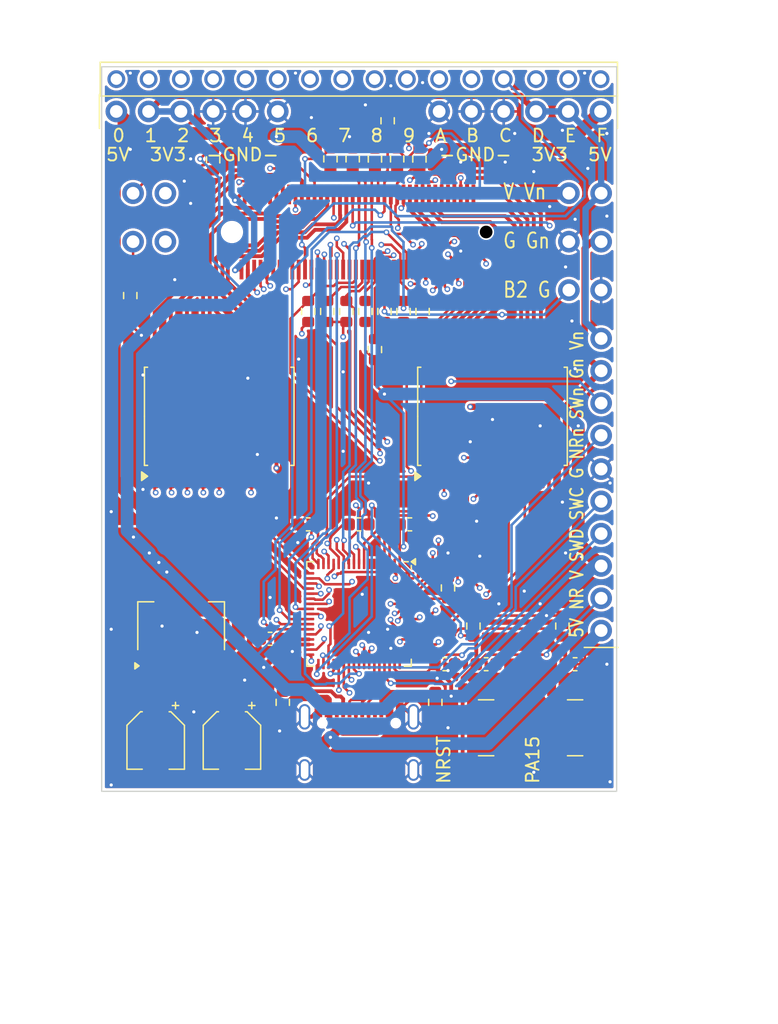
<source format=kicad_pcb>
(kicad_pcb (version 20241229) (generator "pcbnew") (generator_version "9.0")
  (title_block (comment 4 "AISLER Project ID: RXPENGWF"))
  (layers (0 "F.Cu" signal) (4 "In1.Cu" signal) (6 "In2.Cu" signal) (2 "B.Cu" signal) (13 "F.Paste" user) (15 "B.Paste" user) (5 "F.SilkS" user "F.Silkscreen") (7 "B.SilkS" user "B.Silkscreen") (1 "F.Mask" user) (3 "B.Mask" user) (25 "Edge.Cuts" user))
  (net 0 "")
  (net 1 "5V")
  (net 2 "GND")
  (net 3 "NRSTn")
  (net 4 "PA0")
  (net 5 "PA1")
  (net 6 "PA2")
  (net 7 "PA3")
  (net 8 "PA4")
  (net 9 "PA5")
  (net 10 "PA6")
  (net 11 "PA7")
  (net 13 "SWDIO")
  (net 14 "SWDCLK")
  (net 15 "USB1DP")
  (net 18 "USB1DM")
  (net 19 "NRST")
  (net 20 "VCCn")
  (net 21 "GNDn")
  (net 22 "PB2")
  (net 23 "IO02")
  (net 24 "IO05")
  (net 25 "IO00")
  (net 26 "IO03")
  (net 27 "IO14")
  (net 28 "IO10")
  (net 29 "IO15")
  (net 30 "IO04")
  (net 31 "IO12")
  (net 32 "IO11")
  (net 33 "IO09")
  (net 34 "IO07")
  (net 35 "IO13")
  (net 36 "IO08")
  (net 37 "IO01")
  (net 38 "IO06")
  (net 39 "Net-(U1-CC1)")
  (net 40 "Net-(U1-CC2)")
  (net 41 "PB3")
  (net 42 "PB1")
  (net 43 "PB0")
  (net 44 "Net-(U5-BOOT0)")
  (net 47 "GND_03")
  (net 48 "GND_07")
  (net 50 "GND_05")
  (net 51 "GND_02")
  (net 52 "GND_06")
  (net 53 "GND_04")
  (net 54 "GND_01")
  (net 55 "GND_00")
  (net 56 "PC14")
  (net 57 "PD2")
  (net 58 "PD6")
  (net 59 "PA10")
  (net 60 "PA9")
  (net 61 "PD3")
  (net 62 "PC12")
  (net 63 "PA8")
  (net 64 "PD5")
  (net 65 "PC15")
  (net 66 "PD4")
  (net 67 "PC13")
  (net 68 "GND_09")
  (net 70 "GND_14")
  (net 71 "GND_13")
  (net 72 "GND_10")
  (net 73 "GND_12")
  (net 74 "GND_08")
  (net 75 "GND_15")
  (net 76 "GND_11")
  (net 77 "VCC")
  (net 78 "Net-(J7-Pin_1)")
  (net 79 "Net-(J8-Pin_1)")
  (net 80 "PC0")
  (net 81 "PC1")
  (net 82 "PC2")
  (net 83 "PC3")
  (net 84 "PC4")
  (net 85 "PC5")
  (net 86 "PC6")
  (net 87 "PC7")
  (net 88 "PC8")
  (net 89 "PC9")
  (net 90 "PC10")
  (net 91 "PC11")
  (net 92 "PB4")
  (net 93 "PB5")
  (net 94 "PB6")
  (net 95 "PB7")
  (net 96 "PB8")
  (net 97 "PB9")
  (net 98 "PB10")
  (net 99 "PB11")
  (net 100 "PB12")
  (net 101 "PB13")
  (net 102 "PB14")
  (net 103 "PA15")
  (footprint "Header:PinHeader_1x02_P2.54mm_Vertical" (layer "F.Cu") (at 116.51 60.95 90)
    (property "Reference" "J1" (hide yes))
    (property "Value" "Conn_01x02_Pin" (hide yes))
  )
  (footprint "Resistor_SMD:R_0603_1608Metric" (layer "F.Cu") (at 88.522785 58.326401 -90)
    (property "Reference" "R13" (hide yes))
    (property "Value" "5.1k" (hide yes))
  )
  (footprint "Resistor_SMD:R_0603_1608Metric" (layer "F.Cu") (at 102.25 55.25 -90)
    (property "Reference" "R15" (hide yes))
    (property "Value" "5.1k" (hide yes))
  )
  (footprint "Resistor_SMD:R_0603_1608Metric" (layer "F.Cu") (at 82 69 90)
    (property "Reference" "R23" (hide yes))
    (property "Value" "5.1k" (hide yes))
  )
  (footprint "Capacitor_SMD:CP_Elec_4x4.5" (layer "F.Cu") (at 84 104 -90)
    (property "Reference" "C2" (hide yes))
    (property "Value" "C_Polarized" (hide yes))
  )
  (footprint "Resistor_SMD:R_0603_1608Metric" (layer "F.Cu") (at 101.25 73.25 90)
    (property "Reference" "R4" (hide yes))
    (property "Value" "5.1k" (hide yes))
  )
  (footprint "Capacitor_SMD:C_0603_1608Metric" (layer "F.Cu") (at 117 98)
    (property "Reference" "C5" (hide yes))
    (property "Value" "100n" (hide yes))
  )
  (footprint "Basics:M.2-Vertical" (layer "F.Cu") (at 100 64 180)
    (property "Reference" "C4" (hide yes))
    (property "Value" "M.2-CLuster" (hide yes))
  )
  (footprint "Capacitor_SMD:C_0603_1608Metric" (layer "F.Cu") (at 96 87 180)
    (property "Reference" "C23" (hide yes))
    (property "Value" "100n" (hide yes))
  )
  (footprint "Resistor_SMD:R_0603_1608Metric" (layer "F.Cu") (at 99 70.25 90)
    (property "Reference" "R9" (hide yes))
    (property "Value" "5.1k" (hide yes))
  )
  (footprint "Resistor_SMD:R_0603_1608Metric" (layer "F.Cu") (at 94 101 90)
    (property "Reference" "R1" (hide yes))
    (property "Value" "5.1k" (hide yes))
  )
  (footprint "Capacitor_SMD:CP_Elec_4x4.5" (layer "F.Cu") (at 90 104 -90)
    (property "Reference" "C1" (hide yes))
    (property "Value" "C_Polarized" (hide yes))
  )
  (footprint "Resistor_SMD:R_0603_1608Metric" (layer "F.Cu") (at 104.75 58.262563 -90)
    (property "Reference" "R12" (hide yes))
    (property "Value" "5.1k" (hide yes))
  )
  (footprint "Resistor_SMD:R_0603_1608Metric" (layer "F.Cu") (at 103.5 70.25 90)
    (property "Reference" "R6" (hide yes))
    (property "Value" "5.1k" (hide yes))
  )
  (footprint "Basics:QFN-68-1EP_8x8mm_P0.4mm_EP4x4mm" (layer "F.Cu") (at 100 94.05 -90)
    (property "Reference" "U5" (hide yes))
    (property "Value" "~" (hide yes))
  )
  (footprint "Basics:ButtonSMD5.2x5.2" (layer "F.Cu") (at 110 103 -90)
    (property "Reference" "SW3" (hide yes))
    (property "Value" "miniButton" (hide yes))
  )
  (footprint "Capacitor_SMD:C_0603_1608Metric" (layer "F.Cu") (at 93 96 180)
    (property "Reference" "C24" (hide yes))
    (property "Value" "100n" (hide yes))
  )
  (footprint "Header:PinHeader_1x06_P2.54mm_Vertical" (layer "F.Cu") (at 119.05 82.65)
    (property "Reference" "J9" (hide yes))
    (property "Value" "Conn_01x06_Pin" (hide yes))
  )
  (footprint "Capacitor_SMD:C_0603_1608Metric" (layer "F.Cu") (at 106.75 98)
    (property "Reference" "C25" (hide yes))
    (property "Value" "100n" (hide yes))
  )
  (footprint "Header:PinHeader_1x04_P2.54mm_Vertical" (layer "F.Cu") (at 119.05 72.38)
    (property "Reference" "J2" (hide yes))
    (property "Value" "Conn_01x04_Pin" (hide yes))
  )
  (footprint "Header:PinHeader_1x02_P2.54mm_Vertical" (layer "F.Cu") (at 82.22 64.76 90)
    (property "Reference" "J8" (hide yes))
    (property "Value" "Conn_01x02_Pin" (hide yes))
  )
  (footprint "Header:PinHeader_1x02_P2.54mm_Vertical" (layer "F.Cu") (at 116.51 64.76 90)
    (property "Reference" "J4" (hide yes))
    (property "Value" "Conn_01x02_Pin" (hide yes))
  )
  (footprint "Header:PinSocket_1x16_P2.54mm_Vertical" (layer "F.Cu") (at 80.902501 51.975 90)
    (property "Reference" "J6" (hide yes))
    (property "Value" "Conn_01x16_Pin" (hide yes))
  )
  (footprint "Capacitor_SMD:C_0603_1608Metric" (layer "F.Cu") (at 104 87)
    (property "Reference" "C21" (hide yes))
    (property "Value" "100n" (hide yes))
  )
  (footprint "Package_SO:SOIC-18W_7.5x11.6mm_P1.27mm" (layer "F.Cu") (at 89 78.5 90)
    (property "Reference" "U6" (hide yes))
    (property "Value" "ULN2803A" (hide yes))
  )
  (footprint "Header:PinHeader_1x02_P2.54mm_Vertical" (layer "F.Cu") (at 116.51 68.57 90)
    (property "Reference" "J5" (hide yes))
    (property "Value" "Conn_01x02_Pin" (hide yes))
  )
  (footprint "Capacitor_SMD:C_0603_1608Metric" (layer "F.Cu") (at 110 98)
    (property "Reference" "C3" (hide yes))
    (property "Value" "100n" (hide yes))
  )
  (footprint "Header:PinHeader_1x02_P2.54mm_Vertical" (layer "F.Cu") (at 82.22 60.95 90)
    (property "Reference" "J7" (hide yes))
    (property "Value" "Conn_01x02_Pin" (hide yes))
  )
  (footprint "Resistor_SMD:R_0603_1608Metric" (layer "F.Cu") (at 99.5 58.25 -90)
    (property "Reference" "R17" (hide yes))
    (property "Value" "5.1k" (hide yes))
  )
  (footprint "Resistor_SMD:R_0603_1608Metric" (layer "F.Cu") (at 97.5 70.25 90)
    (property "Reference" "R10" (hide yes))
    (property "Value" "5.1k" (hide yes))
  )
  (footprint "Resistor_SMD:R_0603_1608Metric" (layer "F.Cu") (at 97.75 58.25 -90)
    (property "Reference" "R18" (hide yes))
    (property "Value" "5.1k" (hide yes))
  )
  (footprint "Resistor_SMD:R_0603_1608Metric" (layer "F.Cu") (at 100.5 70.25 90)
    (property "Reference" "R8" (hide yes))
    (property "Value" "5.1k" (hide yes))
  )
  (footprint "Package_SO:SOIC-18W_7.5x11.6mm_P1.27mm" (layer "F.Cu") (at 110.5 78.5 90)
    (property "Reference" "U4" (hide yes))
    (property "Value" "ULN2803A" (hide yes))
  )
  (footprint "Basics:ButtonSMD5.2x5.2" (layer "F.Cu") (at 117 103 -90)
    (property "Reference" "SW4" (hide yes))
    (property "Value" "miniButton" (hide yes))
  )
  (footprint "Resistor_SMD:R_0603_1608Metric" (layer "F.Cu") (at 106 101 -90)
    (property "Reference" "R3" (hide yes))
    (property "Value" "5.1k" (hide yes))
  )
  (footprint "Basics:USB-C" (layer "F.Cu") (at 100 102.175)
    (property "Reference" "U1" (hide yes))
    (property "Value" "~" (hide yes))
  )
  (footprint "Header:PinHeader_1x06_P2.54mm_Vertical" (layer "F.Cu") (at 93.602785 54.516401 -90)
    (property "Reference" "J11" (hide yes))
    (property "Value" "Conn_01x06_Pin")
  )
  (footprint "Resistor_SMD:R_0603_1608Metric" (layer "F.Cu") (at 105 70.25 90)
    (property "Reference" "R7" (hide yes))
    (property "Value" "5.1k" (hide yes))
  )
  (footprint "Capacitor_SMD:C_0603_1608Metric" (layer "F.Cu") (at 100 87)
    (property "Reference" "C22" (hide yes))
    (property "Value" "100n" (hide yes))
  )
  (footprint "Package_TO_SOT_SMD:SOT-223-3_TabPin2" (layer "F.Cu") (at 86 95 90)
    (property "Reference" "U2" (hide yes))
    (property "Value" "LD1117S33TR_SOT223" (hide yes))
  )
  (footprint "Header:PinHeader_1x06_P2.54mm_Vertical" (layer "F.Cu") (at 106.302785 54.516401 90)
    (property "Reference" "J10" (hide yes))
    (property "Value" "Conn_01x06_Pin")
  )
  (footprint "Resistor_SMD:R_0603_1608Metric" (layer "F.Cu") (at 116 95 90)
    (property "Reference" "R22" (hide yes))
    (property "Value" "10k" (hide yes))
  )
  (footprint "Resistor_SMD:R_0603_1608Metric" (layer "F.Cu") (at 109 95 90)
    (property "Reference" "R21" (hide yes))
    (property "Value" "10k" (hide yes))
  )
  (footprint "Resistor_SMD:R_0603_1608Metric" (layer "F.Cu") (at 107 92 90)
    (property "Reference" "R20" (hide yes))
    (property "Value" "10k" (hide yes))
  )
  (footprint "Resistor_SMD:R_0603_1608Metric" (layer "F.Cu") (at 96 70.25 90)
    (property "Reference" "R11" (hide yes))
    (property "Value" "5.1k" (hide yes))
  )
  (footprint "Resistor_SMD:R_0603_1608Metric" (layer "F.Cu") (at 102 70.25 90)
    (property "Reference" "R5" (hide yes))
    (property "Value" "5.1k" (hide yes))
  )
  (footprint "Resistor_SMD:R_0603_1608Metric" (layer "F.Cu") (at 103 58.25 -90)
    (property "Reference" "R14" (hide yes))
    (property "Value" "5.1k" (hide yes))
  )
  (footprint "Resistor_SMD:R_0603_1608Metric" (layer "F.Cu") (at 101.25 58.262563 -90)
    (property "Reference" "R16" (hide yes))
    (property "Value" "5.1k" (hide yes))
  )
  (gr_rect (start 80.25 87.25) (end 89.5 94.25) (fill yes) (layer "F.Cu") (net 77))
  (gr_rect (start 79.75 51) (end 120.27 108) (stroke (width 0.1)) (fill no) (layer "Edge.Cuts"))
  (gr_text "5V  3V3  -GND-                -GND-  3V3  5V" (at 80 58.5 0) (layer "F.SilkS") (effects (font (size 1 1.034)) (justify left bottom)))
  (gr_text "0  1  2  3  4  5  6  7  8  9  A  B  C  D  E  F" (at 80.5 57 0) (layer "F.SilkS") (effects (font (size 1 1.025)) (justify left bottom)))
  (gr_text "PA15" (at 114.25 107.5 90) (layer "F.SilkS") (effects (font (size 1 1)) (justify left bottom)))
  (gr_text "NRST" (at 107.25 107.5 90) (layer "F.SilkS") (effects (font (size 1 1)) (justify left bottom)))
  (gr_text "V Vn\n\nG Gn\n\nB2 G\n" (at 111.25 69.25 0) (layer "F.SilkS") (effects (font (size 1.2 1)) (justify left bottom)))
  (gr_text "5V NR V SWD SWC G NRn SWn Gn Vn" (at 117.72 96 90) (layer "F.SilkS") (effects (font (size 1 0.85)) (justify left bottom)))
  (segment (start 94.81613 100.654) (end 94.42113 101.049) (width 0.5) (layer "F.Cu") (net 1))
  (segment (start 81.5 55.113616) (end 80.902785 54.516401) (width 1) (layer "F.Cu") (net 1))
  (segment (start 98.75 103.25) (end 98.5 103) (width 0.75) (layer "F.Cu") (net 1))
  (segment (start 97.476 100.654) (end 94.81613 100.654) (width 0.5) (layer "F.Cu") (net 1))
  (segment (start 81.5 56.25) (end 81.5 55.113616) (width 1) (layer "F.Cu") (net 1))
  (segment (start 101.622 103) (end 101.372 103.25) (width 0.75) (layer "F.Cu") (net 1))
  (segment (start 97 104.5) (end 97.75 103.75) (width 1) (layer "F.Cu") (net 1))
  (segment (start 97.6 101.6) (end 97.6 100.778) (width 0.5) (layer "F.Cu") (net 1))
  (segment (start 102.4 102.222) (end 101.622 103) (width 0.3) (layer "F.Cu") (net 1))
  (segment (start 102.4 101.6) (end 102.4 102.222) (width 0.3) (layer "F.Cu") (net 1))
  (segment (start 97.6 102.1) (end 97.6 101.6) (width 0.3) (layer "F.Cu") (net 1))
  (segment (start 119.002785 54.516401) (end 116.019186 57.5) (width 1) (layer "F.Cu") (net 1))
  (segment (start 89.25 86) (end 90.5 87.25) (width 1) (layer "F.Cu") (net 1))
  (segment (start 101.372 103.25) (end 98.75 103.25) (width 0.75) (layer "F.Cu") (net 1))
  (segment (start 90 102.2) (end 92.3 104.5) (width 1) (layer "F.Cu") (net 1))
  (segment (start 90.5 87.25) (end 90.5 95.95) (width 1) (layer "F.Cu") (net 1))
  (segment (start 92.3 104.5) (end 97 104.5) (width 1) (layer "F.Cu") (net 1))
  (segment (start 83.25 86) (end 89.25 86) (width 1) (layer "F.Cu") (net 1))
  (segment (start 91.151 101.049) (end 90 102.2) (width 0.5) (layer "F.Cu") (net 1))
  (segment (start 93.25 56.25) (end 81.5 56.25) (width 1) (layer "F.Cu") (net 1))
  (segment (start 93.5 56.5) (end 93.25 56.25) (width 1) (layer "F.Cu") (net 1))
  (segment (start 94.42113 101.049) (end 91.151 101.049) (width 0.5) (layer "F.Cu") (net 1))
  (segment (start 98.5 103) (end 97.6 102.1) (width 0.3) (layer "F.Cu") (net 1))
  (segment (start 88.3 98.15) (end 88.3 100.5) (width 1) (layer "F.Cu") (net 1))
  (segment (start 80.744 83.494) (end 83.25 86) (width 1) (layer "F.Cu") (net 1))
  (segment (start 80.744 57.006) (end 80.744 83.494) (width 1) (layer "F.Cu") (net 1))
  (segment (start 116.019186 57.5) (end 106.5 57.5) (width 1) (layer "F.Cu") (net 1))
  (segment (start 88.3 100.5) (end 90 102.2) (width 1) (layer "F.Cu") (net 1))
  (segment (start 97.6 100.778) (end 97.476 100.654) (width 0.5) (layer "F.Cu") (net 1))
  (segment (start 90.5 95.95) (end 88.3 98.15) (width 1) (layer "F.Cu") (net 1))
  (segment (start 81.5 56.25) (end 80.744 57.006) (width 1) (layer "F.Cu") (net 1))
  (segment (start 97.75 103.75) (end 98.5 103) (width 0.75) (layer "F.Cu") (net 1))
  (via (at 97.75 103.75) (size 0.45) (drill 0.25) (layers "F.Cu" "B.Cu") (net 1))
  (via (at 93.5 56.5) (size 0.45) (drill 0.25) (layers "F.Cu" "B.Cu") (net 1))
  (via (at 106.5 57.5) (size 0.45) (drill 0.25) (layers "F.Cu" "B.Cu") (net 1))
  (segment (start 97.25 58.5) (end 95.25 56.5) (width 1) (layer "B.Cu") (net 1))
  (segment (start 119.05 95.35) (end 110.15 104.25) (width 1) (layer "B.Cu") (net 1))
  (segment (start 98.25 104.25) (end 97.75 103.75) (width 1) (layer "B.Cu") (net 1))
  (segment (start 106.5 57.5) (end 105.5 58.5) (width 1) (layer "B.Cu") (net 1))
  (segment (start 95.25 56.5) (end 93.5 56.5) (width 1) (layer "B.Cu") (net 1))
  (segment (start 105.5 58.5) (end 97.25 58.5) (width 1) (layer "B.Cu") (net 1))
  (segment (start 110.15 104.25) (end 98.25 104.25) (width 1) (layer "B.Cu") (net 1))
  (segment (start 101.778 87.578492) (end 101.778 84.778) (width 0.2) (layer "F.Cu") (net 2))
  (segment (start 107.525 98) (end 107.5 98) (width 0.3) (layer "F.Cu") (net 2))
  (segment (start 107.5 98) (end 107 98.5) (width 0.3) (layer "F.Cu") (net 2))
  (segment (start 96.26 102.14) (end 96.8 101.6) (width 0.3) (layer "F.Cu") (net 2))
  (segment (start 101.6 87.756492) (end 101.778 87.578492) (width 0.2) (layer "F.Cu") (net 2))
  (segment (start 95.72 102.14) (end 96.26 102.14) (width 0.3) (layer "F.Cu") (net 2))
  (segment (start 103.2 101.6) (end 103.74 101.6) (width 0.3) (layer "F.Cu") (net 2))
  (segment (start 103.74 101.6) (end 104.28 102.14) (width 0.3) (layer "F.Cu") (net 2))
  (segment (start 101.6 90.1125) (end 101.6 87.756492) (width 0.2) (layer "F.Cu") (net 2))
  (segment (start 101.778 84.778) (end 100.75 83.75) (width 0.2) (layer "F.Cu") (net 2))
  (via (at 82 57.5) (size 0.45) (drill 0.25) (layers "F.Cu" "B.Cu") (net 2))
  (via (at 82 51.5) (size 0.45) (drill 0.25) (layers "F.Cu" "B.Cu") (net 2))
  (via (at 87 101.75) (size 0.45) (drill 0.25) (layers "F.Cu" "B.Cu") (net 2))
  (via (at 112.25 56.25) (size 0.45) (drill 0.25) (layers "F.Cu" "B.Cu") (net 2))
  (via (at 93.5 86.5) (size 0.45) (drill 0.25) (layers "F.Cu" "B.Cu") (net 2))
  (via (at 99.25 56.5) (size 0.45) (drill 0.25) (layers "F.Cu" "B.Cu") (net 2))
  (via (at 105 52.25) (size 0.45) (drill 0.25) (layers "F.Cu" "B.Cu") (net 2))
  (via (at 119.75 83.75) (size 0.45) (drill 0.25) (layers "F.Cu" "B.Cu") (net 2))
  (via (at 91 99.25) (size 0.45) (drill 0.25) (layers "F.Cu" "B.Cu") (net 2))
  (via (at 107 103) (size 0.45) (drill 0.25) (layers "F.Cu" "B.Cu") (net 2))
  (via (at 86.25 60) (size 0.45) (drill 0.25) (layers "F.Cu" "B.Cu") (net 2))
  (via (at 117 63) (size 0.45) (drill 0.25) (layers "F.Cu" "B.Cu") (net 2))
  (via (at 111.5 58.5) (size 0.45) (drill 0.25) (layers "F.Cu" "B.Cu") (net 2))
  (via (at 83 84.25) (size 0.45) (drill 0.25) (layers "F.Cu" "B.Cu") (net 2))
  (via (at 80.5 86) (size 0.45) (drill 0.25) (layers "F.Cu" "B.Cu") (net 2))
  (via (at 100.25 92.5) (size 0.45) (drill 0.25) (layers "F.Cu" "B.Cu") (net 2))
  (via (at 110.5 78.75) (size 0.45) (drill 0.25) (layers "F.Cu" "B.Cu") (net 2))
  (via (at 115 62) (size 0.45) (drill 0.25) (layers "F.Cu" "B.Cu") (net 2))
  (via (at 107 98.5) (size 0.45) (drill 0.25) (layers "F.Cu" "B.Cu") (net 2))
  (via (at 105.5 56.25) (size 0.45) (drill 0.25) (layers "F.Cu" "B.Cu") (net 2))
  (via (at 85.5 67.75) (size 0.45) (drill 0.25) (layers "F.Cu" "B.Cu") (net 2))
  (via (at 102.25 95.25) (size 0.45) (drill 0.25) (layers "F.Cu" "B.Cu") (net 2))
  (via (at 113.75 106.5) (size 0.45) (drill 0.25) (layers "F.Cu" "B.Cu") (net 2))
  (via (at 92 81.5) (size 0.45) (drill 0.25) (layers "F.Cu" "B.Cu") (net 2))
  (via (at 100.75 83.75) (size 0.45) (drill 0.25) (layers "F.Cu" "B.Cu") (net 2))
  (via (at 84.5 95) (size 0.45) (drill 0.25) (layers "F.Cu" "B.Cu") (net 2))
  (via (at 86.75 61.75) (size 0.45) (drill 0.25) (layers "F.Cu" "B.Cu") (net 2))
  (via (at 113.75 59.25) (size 0.45) (drill 0.25) (layers "F.Cu" "B.Cu") (net 2))
  (via (at 117.75 51.5) (size 0.45) (drill 0.25) (layers "F.Cu" "B.Cu") (net 2))
  (via (at 87.25 95.5) (size 0.45) (drill 0.25) (layers "F.Cu" "B.Cu") (net 2))
  (via (at 83 75.25) (size 0.45) (drill 0.25) (layers "F.Cu" "B.Cu") (net 2))
  (via (at 109.5 89.5) (size 0.45) (drill 0.25) (layers "F.Cu" "B.Cu") (net 2))
  (via (at 108 65.5) (size 0.45) (drill 0.25) (layers "F.Cu" "B.Cu") (net 2))
  (via (at 86.75 58.25) (size 0.45) (drill 0.25) (layers "F.Cu" "B.Cu") (net 2))
  (via (at 116 56) (size 0.45) (drill 0.25) (layers "F.Cu" "B.Cu") (net 2))
  (via (at 93 92.75) (size 0.45) (drill 0.25) (layers "F.Cu" "B.Cu") (net 2))
  (via (at 117 74.75) (size 0.45) (drill 0.25) (layers "F.Cu" "B.Cu") (net 2))
  (via (at 116.25 89.25) (size 0.45) (drill 0.25) (layers "F.Cu" "B.Cu") (net 2))
  (via (at 98.75 75) (size 0.45) (drill 0.25) (layers "F.Cu" "B.Cu") (net 2))
  (via (at 114.25 93.25) (size 0.45) (drill 0.25) (layers "F.Cu" "B.Cu") (net 2))
  (via (at 113 92.25) (size 0.45) (drill 0.25) (layers "F.Cu" "B.Cu") (net 2))
  (via (at 98.75 81.25) (size 0.45) (drill 0.25) (layers "F.Cu" "B.Cu") (net 2))
  (via (at 95.25 74) (size 0.45) (drill 0.25) (layers "F.Cu" "B.Cu") (net 2))
  (via (at 93.75 103.25) (size 0.45) (drill 0.25) (layers "F.Cu" "B.Cu") (net 2))
  (via (at 108 58.5) (size 0.45) (drill 0.25) (layers "F.Cu" "B.Cu") (net 2))
  (via (at 102.5 96.75) (size 0.45) (drill 0.25) (layers "F.Cu" "B.Cu") (net 2))
  (via (at 80.5 107.5) (size 0.45) (drill 0.25) (layers "F.Cu" "B.Cu") (net 2))
  (via (at 111 93.25) (size 0.45) (drill 0.25) (layers "F.Cu" "B.Cu") (net 2))
  (via (at 106.146446 99.103554) (size 0.45) (drill 0.25) (layers "F.Cu" "B.Cu") (net 2))
  (via (at 118 59) (size 0.45) (drill 0.25) (layers "F.Cu" "B.Cu") (net 2))
  (via (at 119.5 98) (size 0.45) (drill 0.25) (layers "F.Cu" "B.Cu") (net 2))
  (via (at 95 51.5) (size 0.45) (drill 0.25) (layers "F.Cu" "B.Cu") (net 2))
  (via (at 116 85.25) (size 0.45) (drill 0.25) (layers "F.Cu" "B.Cu") (net 2))
  (via (at 108.75 80.5) (size 0.45) (drill 0.25) (layers "F.Cu" "B.Cu") (net 2))
  (via (at 95.181801 88.431801) (size 0.45) (drill 0.25) (layers "F.Cu" "B.Cu") (net 2))
  (via (at 119.5 56.25) (size 0.45) (drill 0.25) (layers "F.Cu" "B.Cu") (net 2))
  (via (at 100.5 54) (size 0.45) (drill 0.25) (layers "F.Cu" "B.Cu") (net 2))
  (via (at 94.75 97) (size 0.45) (drill 0.25) (layers "F.Cu" "B.Cu") (net 2))
  (via (at 116.75 71) (size 0.45) (drill 0.25) (layers "F.Cu" "B.Cu") (net 2))
  (via (at 116.25 66.75) (size 0.45) (drill 0.25) (layers "F.Cu" "B.Cu") (net 2))
  (via (at 119.75 107.25) (size 0.45) (drill 0.25) (layers "F.Cu" "B.Cu") (net 2))
  (via (at 100.75 95.5) (size 0.45) (drill 0.25) (layers "F.Cu" "B.Cu") (net 2))
  (via (at 80.5 95.25) (size 0.45) (drill 0.25) (layers "F.Cu" "B.Cu") (net 2))
  (via (at 109.25 86.75) (size 0.45) (drill 0.25) (layers "F.Cu" "B.Cu") (net 2))
  (via (at 96.25 55) (size 0.45) (drill 0.25) (layers "F.Cu" "B.Cu") (net 2))
  (via (at 114.25 79.25) (size 0.45) (drill 0.25) (layers "F.Cu" "B.Cu") (net 2))
  (via (at 119.5 62.75) (size 0.45) (drill 0.25) (layers "F.Cu" "B.Cu") (net 2))
  (via (at 107 89.25) (size 0.45) (drill 0.25) (layers "F.Cu" "B.Cu") (net 2))
  (via (at 102.5 52.5) (size 0.45) (drill 0.25) (layers "F.Cu" "B.Cu") (net 2))
  (via (at 91.25 75.5) (size 0.45) (drill 0.25) (layers "F.Cu" "B.Cu") (net 2))
  (segment (start 97.999999 97.9875) (end 97.999999 98.500001) (width 0.2) (layer "F.Cu") (net 3))
  (segment (start 97.999999 98.500001) (end 97.75 98.75) (width 0.2) (layer "F.Cu") (net 3))
  (segment (start 99.5 63.5) (end 99.5 61.045) (width 0.2) (layer "F.Cu") (net 3))
  (via (at 115 63.5) (size 0.45) (drill 0.25) (layers "F.Cu" "B.Cu") (net 3))
  (via (at 99.5 63.5) (size 0.45) (drill 0.25) (layers "F.Cu" "B.Cu") (net 3))
  (via (at 97.75 98.75) (size 0.45) (drill 0.25) (layers "F.Cu" "B.Cu") (net 3))
  (segment (start 99 98.25) (end 106.25 98.25) (width 0.2) (layer "B.Cu") (net 3))
  (segment (start 109.075 96.425) (end 112 93.5) (width 0.2) (layer "B.Cu") (net 3))
  (segment (start 112 87.05) (end 119.05 80) (width 0.2) (layer "B.Cu") (net 3))
  (segment (start 97.75 98.75) (end 98.5 98.75) (width 0.2) (layer "B.Cu") (net 3))
  (segment (start 98.5 98.75) (end 99 98.25) (width 0.2) (layer "B.Cu") (net 3))
  (segment (start 114.75 63.25) (end 99.75 63.25) (width 0.2) (layer "B.Cu") (net 3))
  (segment (start 108.075 96.425) (end 109.075 96.425) (width 0.2) (layer "B.Cu") (net 3))
  (segment (start 115 63.5) (end 114.75 63.25) (width 0.2) (layer "B.Cu") (net 3))
  (segment (start 99.75 63.25) (end 99.5 63.5) (width 0.2) (layer "B.Cu") (net 3))
  (segment (start 112 93.5) (end 112 87.05) (width 0.2) (layer "B.Cu") (net 3))
  (segment (start 106.25 98.25) (end 108.075 96.425) (width 0.2) (layer "B.Cu") (net 3))
  (segment (start 97.73571 90.751) (end 97.505994 90.980716) (width 0.2) (layer "F.Cu") (net 4))
  (segment (start 97.999999 90.1125) (end 97.999999 90.516709) (width 0.2) (layer "F.Cu") (net 4))
  (segment (start 97.505994 90.980716) (end 97.505994 91.259344) (width 0.2) (layer "F.Cu") (net 4))
  (segment (start 97.999999 90.516709) (end 97.765708 90.751) (width 0.2) (layer "F.Cu") (net 4))
  (segment (start 86.46 83.15) (end 86.46 84.46) (width 0.2) (layer "F.Cu") (net 4))
  (segment (start 86.46 84.46) (end 86.5 84.5) (width 0.2) (layer "F.Cu") (net 4))
  (segment (start 97.765708 90.751) (end 97.73571 90.751) (width 0.2) (layer "F.Cu") (net 4))
  (via (at 97.505994 91.259344) (size 0.45) (drill 0.25) (layers "F.Cu" "B.Cu") (net 4))
  (via (at 86.5 84.5) (size 0.45) (drill 0.25) (layers "F.Cu" "B.Cu") (net 4))
  (segment (start 97.6 90.1125) (end 97.6 89.474137) (width 0.2) (layer "F.Cu") (net 5))
  (segment (start 89 83.150001) (end 89 84.5) (width 0.2) (layer "F.Cu") (net 5))
  (segment (start 97.6 89.474137) (end 97.256096 89.130233) (width 0.2) (layer "F.Cu") (net 5))
  (via (at 89 84.5) (size 0.45) (drill 0.25) (layers "F.Cu" "B.Cu") (net 5))
  (via (at 97.256096 89.130233) (size 0.45) (drill 0.25) (layers "F.Cu" "B.Cu") (net 5))
  (segment (start 99.256801 83.243199) (end 104.279596 83.243199) (width 0.2) (layer "F.Cu") (net 6))
  (segment (start 104.372795 83.15) (end 105.42 83.15) (width 0.2) (layer "F.Cu") (net 6))
  (segment (start 96.671348 89.273794) (end 96.671348 88.692255) (width 0.2) (layer "F.Cu") (net 6))
  (segment (start 97.473511 87.890092) (end 97.473511 85.026489) (width 0.2) (layer "F.Cu") (net 6))
  (segment (start 97.473511 85.026489) (end 99.256801 83.243199) (width 0.2) (layer "F.Cu") (net 6))
  (segment (start 97.2 90.1125) (end 97.2 89.708292) (width 0.2) (layer "F.Cu") (net 6))
  (segment (start 97.2 89.708292) (end 96.965708 89.474) (width 0.2) (layer "F.Cu") (net 6))
  (segment (start 96.871554 89.474) (end 96.671348 89.273794) (width 0.2) (layer "F.Cu") (net 6))
  (segment (start 96.965708 89.474) (end 96.871554 89.474) (width 0.2) (layer "F.Cu") (net 6))
  (segment (start 104.279596 83.243199) (end 104.372795 83.15) (width 0.2) (layer "F.Cu") (net 6))
  (segment (start 96.671348 88.692255) (end 97.473511 87.890092) (width 0.2) (layer "F.Cu") (net 6))
  (segment (start 99.240656 91.709344) (end 99.45 91.5) (width 0.2) (layer "F.Cu") (net 7))
  (segment (start 96.0625 91.25) (end 96.860253 91.25) (width 0.2) (layer "F.Cu") (net 7))
  (segment (start 110.5 83.5) (end 109 85) (width 0.2) (layer "F.Cu") (net 7))
  (segment (start 97.319597 91.709344) (end 99.240656 91.709344) (width 0.2) (layer "F.Cu") (net 7))
  (segment (start 110.5 83.150001) (end 110.5 83.5) (width 0.2) (layer "F.Cu") (net 7))
  (segment (start 96.860253 91.25) (end 97.319597 91.709344) (width 0.2) (layer "F.Cu") (net 7))
  (via (at 99.45 91.5) (size 0.45) (drill 0.25) (layers "F.Cu" "B.Cu") (net 7))
  (via (at 109 85) (size 0.45) (drill 0.25) (layers "F.Cu" "B.Cu") (net 7))
  (segment (start 96.623855 91.65) (end 96.85186 91.878005) (width 0.2) (layer "F.Cu") (net 8))
  (segment (start 85.19 83.15) (end 85.19 84.44) (width 0.2) (layer "F.Cu") (net 8))
  (segment (start 85.19 84.44) (end 85.25 84.5) (width 0.2) (layer "F.Cu") (net 8))
  (segment (start 96.0625 91.65) (end 96.623855 91.65) (width 0.2) (layer "F.Cu") (net 8))
  (via (at 96.85186 91.878005) (size 0.45) (drill 0.25) (layers "F.Cu" "B.Cu") (net 8))
  (via (at 85.25 84.5) (size 0.45) (drill 0.25) (layers "F.Cu" "B.Cu") (net 8))
  (segment (start 91.225 87.624999) (end 95.65 92.049999) (width 0.2) (layer "F.Cu") (net 9))
  (segment (start 95.65 92.049999) (end 96.0625 92.049999) (width 0.2) (layer "F.Cu") (net 9))
  (segment (start 91.225 86.949696) (end 91.225 87.624999) (width 0.2) (layer "F.Cu") (net 9))
  (segment (start 90.27 85.994695) (end 91.225 86.949696) (width 0.2) (layer "F.Cu") (net 9))
  (segment (start 90.27 83.15) (end 90.27 85.994695) (width 0.2) (layer "F.Cu") (net 9))
  (segment (start 96.986086 92.45) (end 96.98867 92.447416) (width 0.2) (layer "F.Cu") (net 10))
  (segment (start 106.680519 84.473779) (end 106.680519 84.611492) (width 0.2) (layer "F.Cu") (net 10))
  (segment (start 106.680519 84.611492) (end 106.7 84.630973) (width 0.2) (layer "F.Cu") (net 10))
  (segment (start 106.69 83.15) (end 106.69 84.464298) (width 0.2) (layer "F.Cu") (net 10))
  (segment (start 106.69 84.464298) (end 106.680519 84.473779) (width 0.2) (layer "F.Cu") (net 10))
  (segment (start 96.0625 92.45) (end 96.986086 92.45) (width 0.2) (layer "F.Cu") (net 10))
  (via (at 106.7 84.630973) (size 0.45) (drill 0.25) (layers "F.Cu" "B.Cu") (net 10))
  (via (at 96.98867 92.447416) (size 0.45) (drill 0.25) (layers "F.Cu" "B.Cu") (net 10))
  (segment (start 96.0625 92.85) (end 96.475 92.85) (width 0.2) (layer "F.Cu") (net 11))
  (segment (start 97.64246 92.430024) (end 97.64246 92.159344) (width 0.2) (layer "F.Cu") (net 11))
  (segment (start 113.934999 81.75) (end 108.25 81.75) (width 0.2) (layer "F.Cu") (net 11))
  (segment (start 96.55 92.925) (end 97.147484 92.925) (width 0.2) (layer "F.Cu") (net 11))
  (segment (start 97.147484 92.925) (end 97.64246 92.430024) (width 0.2) (layer "F.Cu") (net 11))
  (segment (start 114.31 83.15) (end 114.31 82.125001) (width 0.2) (layer "F.Cu") (net 11))
  (segment (start 114.31 82.125001) (end 113.934999 81.75) (width 0.2) (layer "F.Cu") (net 11))
  (segment (start 96.475 92.85) (end 96.55 92.925) (width 0.2) (layer "F.Cu") (net 11))
  (via (at 108.25 81.75) (size 0.45) (drill 0.25) (layers "F.Cu" "B.Cu") (net 11))
  (via (at 97.64246 92.159344) (size 0.45) (drill 0.25) (layers "F.Cu" "B.Cu") (net 11))
  (segment (start 102.000001 97.9875) (end 102.000001 99.000001) (width 0.2) (layer "F.Cu") (net 13))
  (segment (start 102.000001 99.000001) (end 102.5 99.5) (width 0.2) (layer "F.Cu") (net 13))
  (via (at 102.5 99.5) (size 0.45) (drill 0.25) (layers "F.Cu" "B.Cu") (net 13))
  (segment (start 105.960049 99.553554) (end 107.226446 99.553554) (width 0.2) (layer "B.Cu") (net 13))
  (segment (start 102.5 99.5) (end 105.906495 99.5) (width 0.2) (layer "B.Cu") (net 13))
  (segment (start 107.226446 99.553554) (end 119.05 87.73) (width 0.2) (layer "B.Cu") (net 13))
  (segment (start 105.906495 99.5) (end 105.960049 99.553554) (width 0.2) (layer "B.Cu") (net 13))
  (segment (start 108.095048 97.290072) (end 108.096326 97.290072) (width 0.2) (layer "F.Cu") (net 14))
  (segment (start 107.954597 97.318199) (end 108.066921 97.318199) (width 0.2) (layer "F.Cu") (net 14))
  (segment (start 103.9375 97.25) (end 107.886398 97.25) (width 0.2) (layer "F.Cu") (net 14))
  (segment (start 107.886398 97.25) (end 107.954597 97.318199) (width 0.2) (layer "F.Cu") (net 14))
  (segment (start 108.066921 97.318199) (end 108.095048 97.290072) (width 0.2) (layer "F.Cu") (net 14))
  (via (at 108.096326 97.290072) (size 0.45) (drill 0.25) (layers "F.Cu" "B.Cu") (net 14))
  (segment (start 109.209619 96.75) (end 108.636398 96.75) (width 0.2) (layer "B.Cu") (net 14))
  (segment (start 119.05 85.19) (end 112.325 91.915) (width 0.2) (layer "B.Cu") (net 14))
  (segment (start 112.325 91.915) (end 112.325 93.63462) (width 0.2) (layer "B.Cu") (net 14))
  (segment (start 112.325 93.63462) (end 109.209619 96.75) (width 0.2) (layer "B.Cu") (net 14))
  (segment (start 108.636398 96.75) (end 108.096326 97.290072) (width 0.2) (layer "B.Cu") (net 14))
  (segment (start 99.75 102.37) (end 99.75 101.6) (width 0.2) (layer "F.Cu") (net 15))
  (segment (start 100.75 102.25) (end 100.604 102.396) (width 0.2) (layer "F.Cu") (net 15))
  (segment (start 100.75 101.6) (end 100.75 102.25) (width 0.2) (layer "F.Cu") (net 15))
  (segment (start 99.776 102.396) (end 99.75 102.37) (width 0.2) (layer "F.Cu") (net 15))
  (segment (start 100.604 102.396) (end 99.776 102.396) (width 0.2) (layer "F.Cu") (net 15))
  (segment (start 100.75 100.956572) (end 100.75 101.6) (width 0.2) (layer "F.Cu") (net 15))
  (segment (start 101.6 100.106572) (end 100.75 100.956572) (width 0.2) (layer "F.Cu") (net 15))
  (segment (start 101.6 97.9875) (end 101.6 100.106572) (width 0.2) (layer "F.Cu") (net 15))
  (segment (start 101.2 97.9875) (end 101.2 100.046953) (width 0.2) (layer "F.Cu") (net 18))
  (segment (start 100.25 100.83) (end 100.25 101.6) (width 0.2) (layer "F.Cu") (net 18))
  (segment (start 100.25 100.996953) (end 100.25 101.6) (width 0.2) (layer "F.Cu") (net 18))
  (segment (start 101.2 100.046953) (end 100.25 100.996953) (width 0.2) (layer "F.Cu") (net 18))
  (segment (start 99.374 100.804) (end 100.224 100.804) (width 0.2) (layer "F.Cu") (net 18))
  (segment (start 99.25 101.6) (end 99.25 100.928) (width 0.2) (layer "F.Cu") (net 18))
  (segment (start 100.224 100.804) (end 100.25 100.83) (width 0.2) (layer "F.Cu") (net 18))
  (segment (start 99.25 100.928) (end 99.374 100.804) (width 0.2) (layer "F.Cu") (net 18))
  (segment (start 101.451 87.443044) (end 101.451 86.556956) (width 0.2) (layer "F.Cu") (net 19))
  (segment (start 101.25 85.75) (end 101 85.5) (width 0.2) (layer "F.Cu") (net 19))
  (segment (start 108.15 100) (end 108.15 99.075) (width 0.3) (layer "F.Cu") (net 19))
  (segment (start 100.4 88.494044) (end 101.451 87.443044) (width 0.2) (layer "F.Cu") (net 19))
  (segment (start 114.75 97.25) (end 109.975 97.25) (width 0.2) (layer "F.Cu") (net 19))
  (segment (start 101.451 86.556956) (end 101.25 86.355956) (width 0.2) (layer "F.Cu") (net 19))
  (segment (start 108.15 99.075) (end 109.225 98) (width 0.3) (layer "F.Cu") (net 19))
  (segment (start 100.4 90.1125) (end 100.4 88.494044) (width 0.2) (layer "F.Cu") (net 19))
  (segment (start 108.15 106) (end 108.15 100) (width 0.3) (layer "F.Cu") (net 19))
  (segment (start 108 95.75) (end 108.925 95.75) (width 0.2) (layer "F.Cu") (net 19))
  (segment (start 109.975 97.25) (end 109.225 98) (width 0.2) (layer "F.Cu") (net 19))
  (segment (start 109.225 98) (end 109.225 96.05) (width 0.3) (layer "F.Cu") (net 19))
  (segment (start 109.225 96.05) (end 109 95.825) (width 0.3) (layer "F.Cu") (net 19))
  (segment (start 108.925 95.75) (end 109 95.825) (width 0.2) (layer "F.Cu") (net 19))
  (segment (start 101.25 86.355956) (end 101.25 85.75) (width 0.2) (layer "F.Cu") (net 19))
  (via (at 114.75 97.25) (size 0.45) (drill 0.25) (layers "F.Cu" "B.Cu") (net 19))
  (via (at 101 85.5) (size 0.45) (drill 0.25) (layers "F.Cu" "B.Cu") (net 19))
  (via (at 108 95.75) (size 0.45) (drill 0.25) (layers "F.Cu" "B.Cu") (net 19))
  (segment (start 105.5 92.25) (end 108 94.75) (width 0.2) (layer "B.Cu") (net 19))
  (segment (start 101 85.5) (end 101 87.75) (width 0.2) (layer "B.Cu") (net 19))
  (segment (start 108 94.75) (end 108 95.75) (width 0.2) (layer "B.Cu") (net 19))
  (segment (start 101 87.75) (end 105.5 92.25) (width 0.2) (layer "B.Cu") (net 19))
  (segment (start 119.05 92.81) (end 114.75 97.11) (width 0.2) (layer "B.Cu") (net 19))
  (segment (start 114.75 97.11) (end 114.75 97.25) (width 0.2) (layer "B.Cu") (net 19))
  (segment (start 90.75 66.955) (end 90.295 66.955) (width 0.3) (layer "F.Cu") (net 20))
  (segment (start 84.668785 53.290401) (end 83.442785 54.516401) (width 0.5) (layer "F.Cu") (net 20))
  (segment (start 90.705001 61.044999) (end 90.25 61.5) (width 0.3) (layer "F.Cu") (net 20))
  (segment (start 113.922785 54.516401) (end 112.696785 53.290401) (width 0.5) (layer "F.Cu") (net 20))
  (segment (start 112.696785 53.290401) (end 84.668785 53.290401) (width 0.5) (layer "F.Cu") (net 20))
  (segment (start 90.295 66.955) (end 90.25 67) (width 0.3) (layer "F.Cu") (net 20))
  (segment (start 91 61.044999) (end 90.705001 61.044999) (width 0.3) (layer "F.Cu") (net 20))
  (via (at 90.25 61.5) (size 0.45) (drill 0.25) (layers "F.Cu" "B.Cu") (net 20))
  (via (at 90.25 67) (size 0.45) (drill 0.25) (layers "F.Cu" "B.Cu") (net 20))
  (segment (start 91.75 62.823616) (end 91.75 65.5) (width 0.5) (layer "B.Cu") (net 20))
  (segment (start 117.824 62.176) (end 119.05 60.95) (width 0.5) (layer "B.Cu") (net 20))
  (segment (start 91.75 65.5) (end 90.25 67) (width 0.5) (layer "B.Cu") (net 20))
  (segment (start 119.05 72.3) (end 117.824 71.074) (width 0.5) (layer "B.Cu") (net 20))
  (segment (start 89.963192 58.213192) (end 89.963192 61.036808) (width 0.5) (layer "B.Cu") (net 20))
  (segment (start 89.963192 61.036808) (end 90.25 61.323616) (width 0.5) (layer "B.Cu") (net 20))
  (segment (start 83.442785 54.516401) (end 86.266401 54.516401) (width 0.5) (layer "B.Cu") (net 20))
  (segment (start 119.05 60.95) (end 119.05 57.103616) (width 0.5) (layer "B.Cu") (net 20))
  (segment (start 119.05 57.103616) (end 116.462785 54.516401) (width 0.5) (layer "B.Cu") (net 20))
  (segment (start 119.05 72.38) (end 119.05 72.3) (width 0.5) (layer "B.Cu") (net 20))
  (segment (start 117.824 71.074) (end 117.824 62.176) (width 0.5) (layer "B.Cu") (net 20))
  (segment (start 86.266401 54.516401) (end 89.963192 58.213192) (width 0.5) (layer "B.Cu") (net 20))
  (segment (start 116.462785 54.516401) (end 113.922785 54.516401) (width 0.5) (layer "B.Cu") (net 20))
  (segment (start 83.442785 54.516401) (end 85.982785 54.516401) (width 0.5) (layer "B.Cu") (net 20))
  (segment (start 89.963192 61.036808) (end 91.75 62.823616) (width 0.5) (layer "B.Cu") (net 20))
  (segment (start 90.25 61.323616) (end 90.25 61.5) (width 0.5) (layer "B.Cu") (net 20))
  (segment (start 117.75 65.298087) (end 118.288087 64.76) (width 0.5) (layer "F.Cu") (net 21))
  (segment (start 115.58 78.39) (end 114.94 77.75) (width 0.5) (layer "F.Cu") (net 21))
  (segment (start 117.75 73.62) (end 117.75 65.298087) (width 0.5) (layer "F.Cu") (net 21))
  (segment (start 91.25 68.897546) (end 93.504 71.151546) (width 0.3) (layer "F.Cu") (net 21))
  (segment (start 93.504 71.151546) (end 93.504 82.574) (width 0.3) (layer "F.Cu") (net 21))
  (segment (start 114.94 77.75) (end 108.75 77.75) (width 0.5) (layer "F.Cu") (net 21))
  (segment (start 93.504 82.574) (end 94.08 83.15) (width 0.3) (layer "F.Cu") (net 21))
  (segment (start 115.58 78.39) (end 115.58 83.15) (width 0.5) (layer "F.Cu") (net 21))
  (segment (start 91.25 66.955) (end 91.25 68.25) (width 0.3) (layer "F.Cu") (net 21))
  (segment (start 119.05 74.92) (end 115.58 78.39) (width 0.5) (layer "F.Cu") (net 21))
  (segment (start 93.503999 82.573999) (end 94.08 83.15) (width 0.5) (layer "F.Cu") (net 21))
  (segment (start 119.05 74.92) (end 117.75 73.62) (width 0.5) (layer "F.Cu") (net 21))
  (segment (start 91.25 68.25) (end 91.25 68.897546) (width 0.3) (layer "F.Cu") (net 21))
  (segment (start 118.288087 64.76) (end 119.05 64.76) (width 0.5) (layer "F.Cu") (net 21))
  (via (at 108.75 77.75) (size 0.45) (drill 0.25) (layers "F.Cu" "B.Cu") (net 21))
  (via (at 93.503999 82.573999) (size 0.45) (drill 0.25) (layers "F.Cu" "B.Cu") (net 21))
  (segment (start 102.25 68.5) (end 102.25 66.955) (width 0.2) (layer "F.Cu") (net 22))
  (segment (start 102 68.75) (end 102.25 68.5) (width 0.2) (layer "F.Cu") (net 22))
  (segment (start 96.0625 94.849999) (end 93.849999 94.849999) (width 0.2) (layer "F.Cu") (net 22))
  (segment (start 102 70.25) (end 102 69.425) (width 0.2) (layer "F.Cu") (net 22))
  (segment (start 93.849999 94.849999) (end 93.5 94.5) (width 0.2) (layer "F.Cu") (net 22))
  (segment (start 102 69.425) (end 102 68.75) (width 0.2) (layer "F.Cu") (net 22))
  (via (at 111.25 70.5) (size 0.45) (drill 0.25) (layers "F.Cu" "B.Cu") (net 22))
  (via (at 102 70.25) (size 0.45) (drill 0.25) (layers "F.Cu" "B.Cu") (net 22))
  (via (at 93.5 94.5) (size 0.45) (drill 0.25) (layers "F.Cu" "B.Cu") (net 22))
  (segment (start 116.51 68.57) (end 114.58 70.5) (width 0.2) (layer "B.Cu") (net 22))
  (segment (start 111.25 70.5) (end 102.25 70.5) (width 0.2) (layer "B.Cu") (net 22))
  (segment (start 102.25 70.5) (end 102 70.25) (width 0.2) (layer "B.Cu") (net 22))
  (segment (start 114.58 70.5) (end 111.25 70.5) (width 0.2) (layer "B.Cu") (net 22))
  (segment (start 103.319976 62.125956) (end 103.5 61.945932) (width 0.2) (layer "F.Cu") (net 23))
  (segment (start 103.5 61.945932) (end 103.5 61.045) (width 0.2) (layer "F.Cu") (net 23))
  (via (at 103.319976 62.125956) (size 0.45) (drill 0.25) (layers "F.Cu" "B.Cu") (net 23))
  (segment (start 97.25 65.780123) (end 97.272842 65.757281) (width 0.2) (layer "F.Cu") (net 24))
  (segment (start 97.25 66.955) (end 97.25 65.780123) (width 0.2) (layer "F.Cu") (net 24))
  (via (at 97.272842 65.757281) (size 0.45) (drill 0.25) (layers "F.Cu" "B.Cu") (net 24))
  (segment (start 90.507352 60.210985) (end 90.507352 60.210192) (width 0.2) (layer "F.Cu") (net 25))
  (segment (start 90.56156 60.07151) (end 90.562087 60.070983) (width 0.2) (layer "F.Cu") (net 25))
  (segment (start 90.544212 60.096151) (end 90.549044 60.091319) (width 0.2) (layer "F.Cu") (net 25))
  (segment (start 90.508135 60.212925) (end 90.508135 60.211768) (width 0.2) (layer "F.Cu") (net 25))
  (segment (start 90.532402 60.122919) (end 90.532402 60.116448) (width 0.2) (layer "F.Cu") (net 25))
  (segment (start 90.562689 60.070115) (end 90.563192 60.070115) (width 0.2) (layer "F.Cu") (net 25))
  (segment (start 90.555911 60.080229) (end 90.555911 60.079064) (width 0.2) (layer "F.Cu") (net 25))
  (segment (start 90.520361 60.142997) (end 90.52618 60.137178) (width 0.2) (layer "F.Cu") (net 25))
  (segment (start 90.562446 60.070465) (end 90.562446 60.070358) (width 0.2) (layer "F.Cu") (net 25))
  (segment (start 90.558109 60.076866) (end 90.558109 60.07608) (width 0.2) (layer "F.Cu") (net 25))
  (segment (start 90.506207 60.208149) (end 90.506207 60.207908) (width 0.2) (layer "F.Cu") (net 25))
  (segment (start 90.555911 60.079064) (end 90.558109 60.076866) (width 0.2) (layer "F.Cu") (net 25))
  (segment (start 91.5 61.045) (end 91.5 60.07) (width 0.2) (layer "F.Cu") (net 25))
  (segment (start 90.562087 60.070824) (end 90.562446 60.070465) (width 0.2) (layer "F.Cu") (net 25))
  (segment (start 90.507963 60.195757) (end 90.507963 60.185494) (width 0.2) (layer "F.Cu") (net 25))
  (segment (start 90.510835 60.219594) (end 90.510835 60.217281) (width 0.2) (layer "F.Cu") (net 25))
  (segment (start 90.560793 60.072869) (end 90.560793 60.072514) (width 0.2) (layer "F.Cu") (net 25))
  (segment (start 90.506815 60.209655) (end 90.506815 60.209118) (width 0.2) (layer "F.Cu") (net 25))
  (segment (start 90.508135 60.211768) (end 90.507352 60.210985) (width 0.2) (layer "F.Cu") (net 25))
  (segment (start 90.517291 60.229175) (end 90.512969 60.224853) (width 0.2) (layer "F.Cu") (net 25))
  (segment (start 90.544212 60.099719) (end 90.544212 60.096151) (width 0.2) (layer "F.Cu") (net 25))
  (segment (start 91.5 60.07) (end 91.43 60) (width 0.2) (layer "F.Cu") (net 25))
  (segment (start 90.515299 60.157421) (end 90.520361 60.152359) (width 0.2) (layer "F.Cu") (net 25))
  (segment (start 91.43 60) (end 90.75 60) (width 0.2) (layer "F.Cu") (net 25))
  (segment (start 90.515299 60.167644) (end 90.515299 60.157421) (width 0.2) (layer "F.Cu") (net 25))
  (segment (start 90.50926 60.215706) (end 90.50926 60.21405) (width 0.2) (layer "F.Cu") (net 25))
  (segment (start 90.506207 60.207908) (end 90.50637 60.207745) (width 0.2) (layer "F.Cu") (net 25))
  (segment (start 90.538562 60.105369) (end 90.544212 60.099719) (width 0.2) (layer "F.Cu") (net 25))
  (segment (start 90.559685 60.074504) (end 90.559685 60.073977) (width 0.2) (layer "F.Cu") (net 25))
  (segment (start 90.549044 60.088815) (end 90.552932 60.084927) (width 0.2) (layer "F.Cu") (net 25))
  (segment (start 90.520825 60.229175) (end 90.517291 60.229175) (width 0.2) (layer "F.Cu") (net 25))
  (segment (start 90.52618 60.137178) (end 90.52618 60.129141) (width 0.2) (layer "F.Cu") (net 25))
  (segment (start 90.52618 60.129141) (end 90.532402 60.122919) (width 0.2) (layer "F.Cu") (net 25))
  (segment (start 90.549044 60.091319) (end 90.549044 60.088815) (width 0.2) (layer "F.Cu") (net 25))
  (segment (start 90.507352 60.210192) (end 90.506815 60.209655) (width 0.2) (layer "F.Cu") (net 25))
  (segment (start 90.56156 60.071747) (end 90.56156 60.07151) (width 0.2) (layer "F.Cu") (net 25))
  (segment (start 90.562446 60.070358) (end 90.562689 60.070115) (width 0.2) (layer "F.Cu") (net 25))
  (segment (start 90.506451 60.208754) (end 90.506451 60.208393) (width 0.2) (layer "F.Cu") (net 25))
  (segment (start 90.510835 60.217281) (end 90.50926 60.215706) (width 0.2) (layer "F.Cu") (net 25))
  (segment (start 90.562087 60.070983) (end 90.562087 60.070824) (width 0.2) (layer "F.Cu") (net 25))
  (segment (start 90.532402 60.116448) (end 90.538562 60.110288) (width 0.2) (layer "F.Cu") (net 25))
  (segment (start 90.50926 60.21405) (end 90.508135 60.212925) (width 0.2) (layer "F.Cu") (net 25))
  (segment (start 90.558109 60.07608) (end 90.559685 60.074504) (width 0.2) (layer "F.Cu") (net 25))
  (segment (start 90.50637 60.207745) (end 90.50637 60.19735) (width 0.2) (layer "F.Cu") (net 25))
  (segment (start 90.512969 60.224853) (end 90.512969 60.221728) (width 0.2) (layer "F.Cu") (net 25))
  (segment (start 90.512969 60.221728) (end 90.510835 60.219594) (width 0.2) (layer "F.Cu") (net 25))
  (segment (start 90.50637 60.19735) (end 90.507963 60.195757) (width 0.2) (layer "F.Cu") (net 25))
  (segment (start 90.511167 60.18229) (end 90.511167 60.171776) (width 0.2) (layer "F.Cu") (net 25))
  (segment (start 90.506451 60.208393) (end 90.506207 60.208149) (width 0.2) (layer "F.Cu") (net 25))
  (segment (start 90.559685 60.073977) (end 90.560793 60.072869) (width 0.2) (layer "F.Cu") (net 25))
  (segment (start 90.538562 60.110288) (end 90.538562 60.105369) (width 0.2) (layer "F.Cu") (net 25))
  (segment (start 90.507963 60.185494) (end 90.511167 60.18229) (width 0.2) (layer "F.Cu") (net 25))
  (segment (start 90.552932 60.084927) (end 90.552932 60.083208) (width 0.2) (layer "F.Cu") (net 25))
  (segment (start 90.511167 60.171776) (end 90.515299 60.167644) (width 0.2) (layer "F.Cu") (net 25))
  (segment (start 90.506815 60.209118) (end 90.506451 60.208754) (width 0.2) (layer "F.Cu") (net 25))
  (segment (start 90.75 60) (end 90.520825 60.229175) (width 0.2) (layer "F.Cu") (net 25))
  (segment (start 90.520361 60.152359) (end 90.520361 60.142997) (width 0.2) (layer "F.Cu") (net 25))
  (segment (start 90.560793 60.072514) (end 90.56156 60.071747) (width 0.2) (layer "F.Cu") (net 25))
  (segment (start 90.552932 60.083208) (end 90.555911 60.080229) (width 0.2) (layer "F.Cu") (net 25))
  (via (at 90.563192 60.070115) (size 0.45) (drill 0.25) (layers "F.Cu" "B.Cu") (net 25))
  (segment (start 104.293001 59.713563) (end 104.086566 59.919998) (width 0.2) (layer "F.Cu") (net 26))
  (segment (start 105.206998 59.713563) (end 104.293001 59.713563) (width 0.2) (layer "F.Cu") (net 26))
  (segment (start 106.500001 61.045) (end 106.500001 59.783602) (width 0.2) (layer "F.Cu") (net 26))
  (segment (start 104.086566 59.919998) (end 104 59.919998) (width 0.2) (layer "F.Cu") (net 26))
  (segment (start 106.186397 59.469998) (end 105.450563 59.469998) (width 0.2) (layer "F.Cu") (net 26))
  (segment (start 105.450563 59.469998) (end 105.206998 59.713563) (width 0.2) (layer "F.Cu") (net 26))
  (segment (start 106.500001 59.783602) (end 106.186397 59.469998) (width 0.2) (layer "F.Cu") (net 26))
  (via (at 104 59.919998) (size 0.45) (drill 0.25) (layers "F.Cu" "B.Cu") (net 26))
  (segment (start 106.291014 65.74105) (end 107.282064 64.75) (width 0.2) (layer "F.Cu") (net 27))
  (segment (start 105.75 66.955001) (end 105.75 65.886398) (width 0.2) (layer "F.Cu") (net 27))
  (segment (start 107.282064 64.75) (end 107.5 64.75) (width 0.2) (layer "F.Cu") (net 27))
  (segment (start 105.75 65.886398) (end 105.895348 65.74105) (width 0.2) (layer "F.Cu") (net 27))
  (segment (start 105.895348 65.74105) (end 106.291014 65.74105) (width 0.2) (layer "F.Cu") (net 27))
  (via (at 107.5 64.75) (size 0.45) (drill 0.25) (layers "F.Cu" "B.Cu") (net 27))
  (segment (start 104.999999 60.07) (end 105.025999 60.044) (width 0.2) (layer "F.Cu") (net 28))
  (segment (start 104.999999 61.045) (end 104.999999 60.07) (width 0.2) (layer "F.Cu") (net 28))
  (segment (start 105.875998 60.044) (end 106 59.919998) (width 0.2) (layer "F.Cu") (net 28))
  (segment (start 105.025999 60.044) (end 105.875998 60.044) (width 0.2) (layer "F.Cu") (net 28))
  (via (at 106 59.919998) (size 0.45) (drill 0.25) (layers "F.Cu" "B.Cu") (net 28))
  (segment (start 108.75 65.98) (end 108.776 65.954) (width 0.2) (layer "F.Cu") (net 29))
  (segment (start 108.776 65.954) (end 109.626 65.954) (width 0.2) (layer "F.Cu") (net 29))
  (segment (start 108.75 66.955) (end 108.75 65.98) (width 0.2) (layer "F.Cu") (net 29))
  (segment (start 110 66.328) (end 110 66.5) (width 0.2) (layer "F.Cu") (net 29))
  (segment (start 109.626 65.954) (end 110 66.328) (width 0.2) (layer "F.Cu") (net 29))
  (via (at 110 66.5) (size 0.45) (drill 0.25) (layers "F.Cu" "B.Cu") (net 29))
  (segment (start 92.25 66.955) (end 92.25 68.25) (width 0.2) (layer "F.Cu") (net 30))
  (segment (start 92.25 68.25) (end 92.5 68.5) (width 0.2) (layer "F.Cu") (net 30))
  (via (at 92.5 68.5) (size 0.45) (drill 0.25) (layers "F.Cu" "B.Cu") (net 30))
  (segment (start 95.75 65.25) (end 95.5 65) (width 0.2) (layer "F.Cu") (net 31))
  (segment (start 95.75 66.955) (end 95.75 65.25) (width 0.2) (layer "F.Cu") (net 31))
  (via (at 95.5 65) (size 0.45) (drill 0.25) (layers "F.Cu" "B.Cu") (net 31))
  (segment (start 116.231694 62.75) (end 103 62.75) (width 0.2) (layer "B.Cu") (net 31))
  (segment (start 111.382501 51.975) (end 112.846785 53.439284) (width 0.2) (layer "B.Cu") (net 31))
  (segment (start 112.846785 53.439284) (end 112.846785 55.096785) (width 0.2) (layer "B.Cu") (net 31))
  (segment (start 103 62.75) (end 102 61.75) (width 0.2) (layer "B.Cu") (net 31))
  (segment (start 95.5 64.25) (end 95.5 65) (width 0.2) (layer "B.Cu") (net 31))
  (segment (start 112.846785 55.096785) (end 117.75 60) (width 0.2) (layer "B.Cu") (net 31))
  (segment (start 117.75 60) (end 117.75 61.231694) (width 0.2) (layer "B.Cu") (net 31))
  (segment (start 98 61.75) (end 95.5 64.25) (width 0.2) (layer "B.Cu") (net 31))
  (segment (start 117.75 61.231694) (end 116.231694 62.75) (width 0.2) (layer "B.Cu") (net 31))
  (segment (start 102 61.75) (end 98 61.75) (width 0.2) (layer "B.Cu") (net 31))
  (segment (start 108 59.75) (end 108 61.045) (width 0.2) (layer "F.Cu") (net 32))
  (via (at 108 59.75) (size 0.45) (drill 0.25) (layers "F.Cu" "B.Cu") (net 32))
  (segment (start 98 62.863602) (end 98.018677 62.882279) (width 0.2) (layer "F.Cu") (net 33))
  (segment (start 98 61.045) (end 98 62.863602) (width 0.2) (layer "F.Cu") (net 33))
  (via (at 98.018677 62.882279) (size 0.45) (drill 0.25) (layers "F.Cu" "B.Cu") (net 33))
  (segment (start 107 65.75) (end 107.25 66) (width 0.2) (layer "F.Cu") (net 34))
  (segment (start 107.25 66) (end 107.25 66.955) (width 0.2) (layer "F.Cu") (net 34))
  (via (at 107 65.75) (size 0.45) (drill 0.25) (layers "F.Cu" "B.Cu") (net 34))
  (segment (start 98.75 65.640179) (end 98.75 66.955) (width 0.2) (layer "F.Cu") (net 35))
  (segment (start 98.25 64.5) (end 98.25 65.140179) (width 0.2) (layer "F.Cu") (net 35))
  (segment (start 98.25 65.140179) (end 98.75 65.640179) (width 0.2) (layer "F.Cu") (net 35))
  (via (at 98.25 64.5) (size 0.45) (drill 0.25) (layers "F.Cu" "B.Cu") (net 35))
  (segment (start 95.000001 61.045) (end 95.000002 62.25) (width 0.2) (layer "F.Cu") (net 36))
  (via (at 95.000002 62.25) (size 0.45) (drill 0.25) (layers "F.Cu" "B.Cu") (net 36))
  (segment (start 95.43 59) (end 95.465 59.035) (width 0.2) (layer "F.Cu") (net 37))
  (segment (start 93 59) (end 95.43 59) (width 0.2) (layer "F.Cu") (net 37))
  (segment (start 96.5 61.045) (end 96.5 60.07) (width 0.2) (layer "F.Cu") (net 37))
  (segment (start 96.5 60.07) (end 95.465 59.035) (width 0.2) (layer "F.Cu") (net 37))
  (via (at 93 59) (size 0.45) (drill 0.25) (layers "F.Cu" "B.Cu") (net 37))
  (segment (start 104.25 66.955) (end 104.25 65.75) (width 0.2) (layer "F.Cu") (net 38))
  (segment (start 104.25 65.75) (end 104.931801 65.068199) (width 0.2) (layer "F.Cu") (net 38))
  (segment (start 104.931801 65.068199) (end 104.931801 64.931801) (width 0.2) (layer "F.Cu") (net 38))
  (via (at 104.931801 64.931801) (size 0.45) (drill 0.25) (layers "F.Cu" "B.Cu") (net 38))
  (segment (start 98.75 100.73) (end 98.554581 100.534581) (width 0.3) (layer "F.Cu") (net 39))
  (segment (start 97.803291 100.129) (end 94.046 100.129) (width 0.3) (layer "F.Cu") (net 39))
  (segment (start 98.554581 100.534581) (end 98.208872 100.534581) (width 0.3) (layer "F.Cu") (net 39))
  (segment (start 98.75 101.6) (end 98.75 100.73) (width 0.3) (layer "F.Cu") (net 39))
  (segment (start 98.208872 100.534581) (end 97.803291 100.129) (width 0.3) (layer "F.Cu") (net 39))
  (segment (start 94.046 100.129) (end 94 100.175) (width 0.3) (layer "F.Cu") (net 39))
  (segment (start 101.75 100.828) (end 102.403 100.175) (width 0.3) (layer "F.Cu") (net 40))
  (segment (start 101.75 101.6) (end 101.75 100.828) (width 0.3) (layer "F.Cu") (net 40))
  (segment (start 102.403 100.175) (end 106 100.175) (width 0.3) (layer "F.Cu") (net 40))
  (segment (start 102.598952 65.954) (end 102.722497 65.830455) (width 0.2) (layer "F.Cu") (net 41))
  (segment (start 105.99748 93.75252) (end 106.025 93.75252) (width 0.2) (layer "F.Cu") (net 41))
  (segment (start 105.75 94) (end 105.99748 93.75252) (width 0.2) (layer "F.Cu") (net 41))
  (segment (start 101.874 65.954) (end 102.598952 65.954) (width 0.2) (layer "F.Cu") (net 41))
  (segment (start 101.749999 66.955) (end 101.749999 66.078001) (width 0.2) (layer "F.Cu") (net 41))
  (segment (start 101.749999 67.93) (end 101.749999 66.955) (width 0.2) (layer "F.Cu") (net 41))
  (segment (start 105.150001 94.849999) (end 105.75 94.25) (width 0.2) (layer "F.Cu") (net 41))
  (segment (start 101.25 72.425) (end 101.25 68.429999) (width 0.2) (layer "F.Cu") (net 41))
  (segment (start 103.9375 94.849999) (end 105.150001 94.849999) (width 0.2) (layer "F.Cu") (net 41))
  (segment (start 105.75 94.25) (end 105.75 94) (width 0.2) (layer "F.Cu") (net 41))
  (segment (start 101.25 68.429999) (end 101.749999 67.93) (width 0.2) (layer "F.Cu") (net 41))
  (segment (start 101.749999 66.078001) (end 101.874 65.954) (width 0.2) (layer "F.Cu") (net 41))
  (via (at 102.722497 65.830455) (size 0.45) (drill 0.25) (layers "F.Cu" "B.Cu") (net 41))
  (via (at 106.025 93.75252) (size 0.45) (drill 0.25) (layers "F.Cu" "B.Cu") (net 41))
  (segment (start 102.75 68.675) (end 102.75 66.955) (width 0.2) (layer "F.Cu") (net 42))
  (segment (start 103.5 69.425) (end 102.75 68.675) (width 0.2) (layer "F.Cu") (net 42))
  (segment (start 96.0625 94.45) (end 94.45 94.45) (width 0.2) (layer "F.Cu") (net 42))
  (segment (start 103.5 70) (end 103.5 69.425) (width 0.2) (layer "F.Cu") (net 42))
  (segment (start 94.45 94.45) (end 93.75 93.75) (width 0.2) (layer "F.Cu") (net 42))
  (via (at 93.75 93.75) (size 0.45) (drill 0.25) (layers "F.Cu" "B.Cu") (net 42))
  (via (at 103.5 70) (size 0.45) (drill 0.25) (layers "F.Cu" "B.Cu") (net 42))
  (segment (start 102.598754 63.886397) (end 103.5 64.787643) (width 0.2) (layer "B.Cu") (net 42))
  (segment (start 102.598754 63.610151) (end 102.598754 63.886397) (width 0.2) (layer "B.Cu") (net 42))
  (segment (start 100.925 63.575) (end 102.563603 63.575) (width 0.2) (layer "B.Cu") (net 42))
  (segment (start 96.275 66.725) (end 96.275 65.371139) (width 0.2) (layer "B.Cu") (net 42))
  (segment (start 96.275 65.371139) (end 97.646139 64) (width 0.2) (layer "B.Cu") (net 42))
  (segment (start 93.75 93.75) (end 93.75 88.5) (width 0.2) (layer "B.Cu") (net 42))
  (segment (start 96.25 86) (end 96.25 66.75) (width 0.2) (layer "B.Cu") (net 42))
  (segment (start 97.646139 64) (end 100.5 64) (width 0.2) (layer "B.Cu") (net 42))
  (segment (start 100.5 64) (end 100.925 63.575) (width 0.2) (layer "B.Cu") (net 42))
  (segment (start 102.563603 63.575) (end 102.598754 63.610151) (width 0.2) (layer "B.Cu") (net 42))
  (segment (start 103.5 64.787643) (end 103.5 70) (width 0.2) (layer "B.Cu") (net 42))
  (segment (start 93.75 88.5) (end 96.25 86) (width 0.2) (layer "B.Cu") (net 42))
  (segment (start 96.25 66.75) (end 96.275 66.725) (width 0.2) (layer "B.Cu") (net 42))
  (segment (start 101.75 65) (end 102.52844 65) (width 0.2) (layer "F.Cu") (net 43))
  (segment (start 102.52844 65) (end 103.25 65.72156) (width 0.2) (layer "F.Cu") (net 43))
  (segment (start 96.0625 94.05) (end 96.8 94.05) (width 0.2) (layer "F.Cu") (net 43))
  (segment (start 96.8 94.05) (end 97 94.25) (width 0.2) (layer "F.Cu") (net 43))
  (segment (start 104.75 69.425) (end 103.250001 67.925001) (width 0.2) (layer "F.Cu") (net 43))
  (segment (start 103.25 65.72156) (end 103.250001 66.955) (width 0.2) (layer "F.Cu") (net 43))
  (segment (start 103.250001 67.925001) (end 103.250001 66.955) (width 0.2) (layer "F.Cu") (net 43))
  (segment (start 105 69.425) (end 104.75 69.425) (width 0.2) (layer "F.Cu") (net 43))
  (via (at 97 94.25) (size 0.45) (drill 0.25) (layers "F.Cu" "B.Cu") (net 43))
  (via (at 101.75 65) (size 0.45) (drill 0.25) (layers "F.Cu" "B.Cu") (net 43))
  (segment (start 103.9375 92.85) (end 106.975 92.85) (width 0.2) (layer "F.Cu") (net 44))
  (segment (start 106.975 92.85) (end 107 92.825) (width 0.2) (layer "F.Cu") (net 44))
  (segment (start 112.75 63.25) (end 112.75 70.827081) (width 0.3) (layer "F.Cu") (net 47))
  (segment (start 107 61.045) (end 107 62.123041) (width 0.3) (layer "F.Cu") (net 47))
  (segment (start 112.75 70.827081) (end 110.5 73.077081) (width 0.3) (layer "F.Cu") (net 47))
  (segment (start 110.5 73.077081) (end 110.5 73.849999) (width 0.3) (layer "F.Cu") (net 47))
  (segment (start 111.75 62.25) (end 112.75 63.25) (width 0.3) (layer "F.Cu") (net 47))
  (segment (start 107.126959 62.25) (end 111.75 62.25) (width 0.3) (layer "F.Cu") (net 47))
  (segment (start 107 62.123041) (end 107.126959 62.25) (width 0.3) (layer "F.Cu") (net 47))
  (segment (start 114.31 62.56) (end 111 59.25) (width 0.3) (layer "F.Cu") (net 48))
  (segment (start 107.792893 59.25) (end 107.499999 59.542894) (width 0.3) (layer "F.Cu") (net 48))
  (segment (start 114.31 73.85) (end 114.31 62.56) (width 0.3) (layer "F.Cu") (net 48))
  (segment (start 107.499999 59.542894) (end 107.499999 61.045) (width 0.3) (layer "F.Cu") (net 48))
  (segment (start 111 59.25) (end 107.792893 59.25) (width 0.3) (layer "F.Cu") (net 48))
  (segment (start 97.500001 62.12) (end 96.644045 62.975956) (width 0.3) (layer "F.Cu") (net 50))
  (segment (start 96.644045 62.975956) (end 96.183234 62.975956) (width 0.3) (layer "F.Cu") (net 50))
  (segment (start 88.75 66.04792) (end 88.75 70.25) (width 0.3) (layer "F.Cu") (net 50))
  (segment (start 96.183234 62.975956) (end 95.559189 63.6) (width 0.3) (layer "F.Cu") (net 50))
  (segment (start 95.559189 63.6) (end 93.44792 63.6) (width 0.3) (layer "F.Cu") (net 50))
  (segment (start 97.500001 61.045) (end 97.500001 62.12) (width 0.3) (layer "F.Cu") (net 50))
  (segment (start 93.44792 63.6) (end 91.99392 65.054) (width 0.3) (layer "F.Cu") (net 50))
  (segment (start 91.99392 65.054) (end 89.743919 65.054) (width 0.3) (layer "F.Cu") (net 50))
  (segment (start 88.75 70.25) (end 90.27 71.77) (width 0.3) (layer "F.Cu") (net 50))
  (segment (start 90.27 71.77) (end 90.27 73.85) (width 0.3) (layer "F.Cu") (net 50))
  (segment (start 89.743919 65.054) (end 88.75 66.04792) (width 0.3) (layer "F.Cu") (net 50))
  (segment (start 110.75 66.25) (end 110.75 67.495001) (width 0.3) (layer "F.Cu") (net 51))
  (segment (start 107.707107 64.25) (end 108.957107 65.5) (width 0.3) (layer "F.Cu") (net 51))
  (segment (start 105.97394 64.25) (end 107.707107 64.25) (width 0.3) (layer "F.Cu") (net 51))
  (segment (start 110.75 67.495001) (end 105.42 72.825001) (width 0.3) (layer "F.Cu") (net 51))
  (segment (start 110 65.5) (end 110.75 66.25) (width 0.3) (layer "F.Cu") (net 51))
  (segment (start 104.000001 61.045) (end 104.000001 62.276061) (width 0.3) (layer "F.Cu") (net 51))
  (segment (start 108.957107 65.5) (end 110 65.5) (width 0.3) (layer "F.Cu") (net 51))
  (segment (start 105.42 72.825001) (end 105.42 73.85) (width 0.3) (layer "F.Cu") (net 51))
  (segment (start 104.000001 62.276061) (end 105.97394 64.25) (width 0.3) (layer "F.Cu") (net 51))
  (segment (start 104.5 61.045) (end 104.5 62.17502) (width 0.3) (layer "F.Cu") (net 52))
  (segment (start 106.14998 63.825) (end 107.883147 63.825) (width 0.3) (layer "F.Cu") (net 52))
  (segment (start 111.25 66) (end 111.25 67.601041) (width 0.3) (layer "F.Cu") (net 52))
  (segment (start 104.5 62.17502) (end 106.14998 63.825) (width 0.3) (layer "F.Cu") (net 52))
  (segment (start 109.133147 65.075) (end 110.325 65.075) (width 0.3) (layer "F.Cu") (net 52))
  (segment (start 110.325 65.075) (end 111.25 66) (width 0.3) (layer "F.Cu") (net 52))
  (segment (start 107.883147 63.825) (end 109.133147 65.075) (width 0.3) (layer "F.Cu") (net 52))
  (segment (start 106.69 72.161041) (end 106.69 73.85) (width 0.3) (layer "F.Cu") (net 52))
  (segment (start 111.25 67.601041) (end 106.69 72.161041) (width 0.3) (layer "F.Cu") (net 52))
  (segment (start 90 60.25) (end 86.75 63.5) (width 0.3) (layer "F.Cu") (net 53))
  (segment (start 91.95433 59.994) (end 91.530445 59.570115) (width 0.3) (layer "F.Cu") (net 53))
  (segment (start 90 59.9262) (end 90 60.25) (width 0.3) (layer "F.Cu") (net 53))
  (segment (start 92.426 59.994) (end 91.95433 59.994) (width 0.3) (layer "F.Cu") (net 53))
  (segment (start 92.500001 61.045) (end 92.500001 60.068001) (width 0.3) (layer "F.Cu") (net 53))
  (segment (start 86.75 63.5) (end 86.75 68.5) (width 0.3) (layer "F.Cu") (net 53))
  (segment (start 91.530445 59.570115) (end 90.356085 59.570115) (width 0.3) (layer "F.Cu") (net 53))
  (segment (start 92.500001 60.068001) (end 92.426 59.994) (width 0.3) (layer "F.Cu") (net 53))
  (segment (start 86.75 68.5) (end 85.19 70.06) (width 0.3) (layer "F.Cu") (net 53))
  (segment (start 90.356085 59.570115) (end 90 59.9262) (width 0.3) (layer "F.Cu") (net 53))
  (segment (start 85.19 70.06) (end 85.19 73.85) (width 0.3) (layer "F.Cu") (net 53))
  (segment (start 97 61.045) (end 97 61.941853) (width 0.3) (layer "F.Cu") (net 54))
  (segment (start 89.575017 62.974) (end 88.25 64.299017) (width 0.3) (layer "F.Cu") (net 54))
  (segment (start 96.390897 62.550956) (end 96.007193 62.550956) (width 0.3) (layer "F.Cu") (net 54))
  (segment (start 89 72.825) (end 89 73.849999) (width 0.3) (layer "F.Cu") (net 54))
  (segment (start 93.32396 63.175) (end 93.122959 62.974) (width 0.3) (layer "F.Cu") (net 54))
  (segment (start 96.007193 62.550956) (end 95.383149 63.175) (width 0.3) (layer "F.Cu") (net 54))
  (segment (start 95.383149 63.175) (end 93.32396 63.175) (width 0.3) (layer "F.Cu") (net 54))
  (segment (start 93.122959 62.974) (end 89.575017 62.974) (width 0.3) (layer "F.Cu") (net 54))
  (segment (start 88.25 72.075) (end 89 72.825) (width 0.3) (layer "F.Cu") (net 54))
  (segment (start 97 61.941853) (end 96.390897 62.550956) (width 0.3) (layer "F.Cu") (net 54))
  (segment (start 88.25 64.299017) (end 88.25 72.075) (width 0.3) (layer "F.Cu") (net 54))
  (segment (start 87.175 68.67604) (end 86.46 69.39104) (width 0.3) (layer "F.Cu") (net 55))
  (segment (start 88.904 62.096) (end 87.175 63.825) (width 0.3) (layer "F.Cu") (net 55))
  (segment (start 91.926 62.096) (end 88.904 62.096) (width 0.3) (layer "F.Cu") (net 55))
  (segment (start 86.46 69.39104) (end 86.46 73.85) (width 0.3) (layer "F.Cu") (net 55))
  (segment (start 92 62.022) (end 91.926 62.096) (width 0.3) (layer "F.Cu") (net 55))
  (segment (start 87.175 63.825) (end 87.175 68.67604) (width 0.3) (layer "F.Cu") (net 55))
  (segment (start 92 61.045) (end 92 62.022) (width 0.3) (layer "F.Cu") (net 55))
  (segment (start 102.428 86.677956) (end 102.806956 86.299) (width 0.2) (layer "F.Cu") (net 56))
  (segment (start 102.4 90.1125) (end 102.4 87.875731) (width 0.2) (layer "F.Cu") (net 56))
  (segment (start 105.8 86.334314) (end 105.8 86.344306) (width 0.2) (layer "F.Cu") (net 56))
  (segment (start 102.806956 86.299) (end 105.764686 86.299) (width 0.2) (layer "F.Cu") (net 56))
  (segment (start 106.25 68.154298) (end 105.809992 68.594306) (width 0.2) (layer "F.Cu") (net 56))
  (segment (start 105.809992 68.594306) (end 105.8 68.594306) (width 0.2) (layer "F.Cu") (net 56))
  (segment (start 105.764686 86.299) (end 105.8 86.334314) (width 0.2) (layer "F.Cu") (net 56))
  (segment (start 102.4 87.875731) (end 102.428 87.847731) (width 0.2) (layer "F.Cu") (net 56))
  (segment (start 102.428 87.847731) (end 102.428 86.677956) (width 0.2) (layer "F.Cu") (net 56))
  (segment (start 106.25 66.955) (end 106.25 68.154298) (width 0.2) (layer "F.Cu") (net 56))
  (via (at 105.8 68.594306) (size 0.45) (drill 0.25) (layers "F.Cu" "B.Cu") (net 56))
  (via (at 105.8 86.344306) (size 0.45) (drill 0.25) (layers "F.Cu" "B.Cu") (net 56))
  (segment (start 109.05 92.95) (end 106.582904 95.417096) (width 0.2) (layer "F.Cu") (net 57))
  (segment (start 113.04 83.15) (end 113.04 90.096397) (width 0.2) (layer "F.Cu") (net 57))
  (segment (start 106.582904 95.417096) (end 104.726716 95.417096) (width 0.2) (layer "F.Cu") (net 57))
  (segment (start 113.04 90.096397) (end 110.186397 92.95) (width 0.2) (layer "F.Cu") (net 57))
  (segment (start 104.55962 95.25) (end 103.9375 95.25) (width 0.2) (layer "F.Cu") (net 57))
  (segment (start 104.726716 95.417096) (end 104.55962 95.25) (width 0.2) (layer "F.Cu") (net 57))
  (segment (start 110.186397 92.95) (end 109.05 92.95) (width 0.2) (layer "F.Cu") (net 57))
  (segment (start 96.25 97.75) (end 96.25 97.4375) (width 0.2) (layer "F.Cu") (net 58))
  (segment (start 111.77 90.73) (end 110 92.5) (width 0.2) (layer "F.Cu") (net 58))
  (segment (start 111.77 83.15) (end 111.77 90.73) (width 0.2) (layer "F.Cu") (net 58))
  (segment (start 96.25 97.4375) (end 96.0625 97.25) (width 0.2) (layer "F.Cu") (net 58))
  (via (at 110 92.5) (size 0.45) (drill 0.25) (layers "F.Cu" "B.Cu") (net 58))
  (via (at 96.25 97.75) (size 0.45) (drill 0.25) (layers "F.Cu" "B.Cu") (net 58))
  (segment (start 100.799999 96.950001) (end 100.799999 97.9875) (width 0.2) (layer "F.Cu") (net 59))
  (segment (start 107.96 84.43752) (end 107.75 84.64752) (width 0.2) (layer "F.Cu") (net 59))
  (segment (start 107.75 91.464066) (end 107.806768 91.520834) (width 0.2) (layer "F.Cu") (net 59))
  (segment (start 101 96.75) (end 100.799999 96.950001) (width 0.2) (layer "F.Cu") (net 59))
  (segment (start 107.96 83.15) (end 107.96 84.43752) (width 0.2) (layer "F.Cu") (net 59))
  (segment (start 107.75 84.64752) (end 107.75 91.464066) (width 0.2) (layer "F.Cu") (net 59))
  (via (at 101 96.75) (size 0.45) (drill 0.25) (layers "F.Cu" "B.Cu") (net 59))
  (via (at 107.806768 91.520834) (size 0.45) (drill 0.25) (layers "F.Cu" "B.Cu") (net 59))
  (segment (start 91.54 84.46) (end 91.5 84.5) (width 0.2) (layer "F.Cu") (net 60))
  (segment (start 100.25 96.5) (end 100.4 96.65) (width 0.2) (layer "F.Cu") (net 60))
  (segment (start 100.4 96.65) (end 100.4 97.9875) (width 0.2) (layer "F.Cu") (net 60))
  (segment (start 91.54 83.15) (end 91.54 84.46) (width 0.2) (layer "F.Cu") (net 60))
  (via (at 100.25 96.5) (size 0.45) (drill 0.25) (layers "F.Cu" "B.Cu") (net 60))
  (via (at 91.5 84.5) (size 0.45) (drill 0.25) (layers "F.Cu" "B.Cu") (net 60))
  (segment (start 98.612406 90.75) (end 98.590672 90.771734) (width 0.2) (layer "F.Cu") (net 61))
  (segment (start 98.298706 90.871915) (end 98.298706 90.961061) (width 0.2) (layer "F.Cu") (net 61))
  (segment (start 98.298706 90.961061) (end 98.217359 91.042408) (width 0.2) (layer "F.Cu") (net 61))
  (segment (start 98.217359 91.042408) (end 98.110648 91.042408) (width 0.2) (layer "F.Cu") (net 61))
  (segment (start 98.564658 90.850081) (end 98.55266 90.862079) (width 0.2) (layer "F.Cu") (net 61))
  (segment (start 98.590672 90.849064) (end 98.589655 90.850081) (width 0.2) (layer "F.Cu") (net 61))
  (segment (start 98.308385 90.862236) (end 98.298706 90.871915) (width 0.2) (layer "F.Cu") (net 61))
  (segment (start 98.55266 90.862079) (end 98.552141 90.862079) (width 0.2) (layer "F.Cu") (net 61))
  (segment (start 98.551984 90.862236) (end 98.308385 90.862236) (width 0.2) (layer "F.Cu") (net 61))
  (segment (start 103.9375 91.65) (end 103.89645 91.69105) (width 0.2) (layer "F.Cu") (net 61))
  (segment (start 98.078764 91.073107) (end 98.063485 91.088386) (width 0.2) (layer "F.Cu") (net 61))
  (segment (start 102.668255 91.69105) (end 101.727205 90.75) (width 0.2) (layer "F.Cu") (net 61))
  (segment (start 98.552141 90.862079) (end 98.551984 90.862236) (width 0.2) (layer "F.Cu") (net 61))
  (segment (start 98.110648 91.042408) (end 98.079949 91.073107) (width 0.2) (layer "F.Cu") (net 61))
  (segment (start 87.73 84.48) (end 87.75 84.5) (width 0.2) (layer "F.Cu") (net 61))
  (segment (start 103.89645 91.69105) (end 102.668255 91.69105) (width 0.2) (layer "F.Cu") (net 61))
  (segment (start 87.73 83.15) (end 87.73 84.48) (width 0.2) (layer "F.Cu") (net 61))
  (segment (start 98.590672 90.771734) (end 98.590672 90.849064) (width 0.2) (layer "F.Cu") (net 61))
  (segment (start 101.727205 90.75) (end 98.612406 90.75) (width 0.2) (layer "F.Cu") (net 61))
  (segment (start 98.079949 91.073107) (end 98.078764 91.073107) (width 0.2) (layer "F.Cu") (net 61))
  (segment (start 98.589655 90.850081) (end 98.564658 90.850081) (width 0.2) (layer "F.Cu") (net 61))
  (via (at 87.75 84.5) (size 0.45) (drill 0.25) (layers "F.Cu" "B.Cu") (net 61))
  (via (at 98.063485 91.088386) (size 0.45) (drill 0.25) (layers "F.Cu" "B.Cu") (net 61))
  (segment (start 103.9375 95.65) (end 103.471511 95.65) (width 0.2) (layer "F.Cu") (net 62))
  (segment (start 102.5 94.678489) (end 102.5 94.519269) (width 0.2) (layer "F.Cu") (net 62))
  (segment (start 102.5 94.519269) (end 102.477071 94.49634) (width 0.2) (layer "F.Cu") (net 62))
  (segment (start 96.068199 68.181801) (end 95.8 68.181801) (width 0.2) (layer "F.Cu") (net 62))
  (segment (start 96.25 68) (end 96.068199 68.181801) (width 0.2) (layer "F.Cu") (net 62))
  (segment (start 103.471511 95.65) (end 102.5 94.678489) (width 0.2) (layer "F.Cu") (net 62))
  (segment (start 96.25 66.955) (end 96.25 68) (width 0.2) (layer "F.Cu") (net 62))
  (via (at 95.8 68.181801) (size 0.45) (drill 0.25) (layers "F.Cu" "B.Cu") (net 62))
  (via (at 102.477071 94.49634) (size 0.45) (drill 0.25) (layers "F.Cu" "B.Cu") (net 62))
  (segment (start 83.92 83.15) (end 83.92 84.42) (width 0.2) (layer "F.Cu") (net 63))
  (segment (start 99.75 97) (end 100 97.25) (width 0.2) (layer "F.Cu") (net 63))
  (segment (start 100 97.25) (end 100 97.9875) (width 0.2) (layer "F.Cu") (net 63))
  (segment (start 83.92 84.42) (end 84 84.5) (width 0.2) (layer "F.Cu") (net 63))
  (via (at 99.75 97) (size 0.45) (drill 0.25) (layers "F.Cu" "B.Cu") (net 63))
  (via (at 84 84.5) (size 0.45) (drill 0.25) (layers "F.Cu" "B.Cu") (net 63))
  (segment (start 96.65 96.85) (end 97.25 96.25) (width 0.2) (layer "F.Cu") (net 64))
  (segment (start 96.0625 96.85) (end 96.65 96.85) (width 0.2) (layer "F.Cu") (net 64))
  (segment (start 97.25 96.25) (end 97.25 96) (width 0.2) (layer "F.Cu") (net 64))
  (segment (start 108.55 83.83) (end 108.55 91.05) (width 0.2) (layer "F.Cu") (net 64))
  (segment (start 109.23 83.15) (end 108.55 83.83) (width 0.2) (layer "F.Cu") (net 64))
  (segment (start 108.55 91.05) (end 109.5 92) (width 0.2) (layer "F.Cu") (net 64))
  (via (at 109.5 92) (size 0.45) (drill 0.25) (layers "F.Cu" "B.Cu") (net 64))
  (via (at 97.25 96) (size 0.45) (drill 0.25) (layers "F.Cu" "B.Cu") (net 64))
  (segment (start 102.672336 85.974) (end 102.103 86.543336) (width 0.2) (layer "F.Cu") (net 65))
  (segment (start 109.25 66.955) (end 109.25 68.367618) (width 0.2) (layer "F.Cu") (net 65))
  (segment (start 105.946 84.184902) (end 104.156902 85.974) (width 0.2) (layer "F.Cu") (net 65))
  (segment (start 105.946 82.115098) (end 105.946 84.184902) (width 0.2) (layer "F.Cu") (net 65))
  (segment (start 102.103 86.543336) (end 102.103 87.713112) (width 0.2) (layer "F.Cu") (net 65))
  (segment (start 104.156902 85.974) (end 102.672336 85.974) (width 0.2) (layer "F.Cu") (net 65))
  (segment (start 109.25 68.367618) (end 104.894 72.723618) (width 0.2) (layer "F.Cu") (net 65))
  (segment (start 104.894 81.063098) (end 105.946 82.115098) (width 0.2) (layer "F.Cu") (net 65))
  (segment (start 104.894 72.723618) (end 104.894 81.063098) (width 0.2) (layer "F.Cu") (net 65))
  (segment (start 102.103 87.713112) (end 102.000001 87.816111) (width 0.2) (layer "F.Cu") (net 65))
  (segment (start 102.000001 87.816111) (end 102.000001 90.1125) (width 0.2) (layer "F.Cu") (net 65))
  (segment (start 92.81 87.5975) (end 96.0625 90.85) (width 0.2) (layer "F.Cu") (net 66))
  (segment (start 92.81 83.15) (end 92.81 87.5975) (width 0.2) (layer "F.Cu") (net 66))
  (segment (start 99.249999 66.955) (end 99.249999 65.363601) (width 0.2) (layer "F.Cu") (net 67))
  (segment (start 99.249999 65.363601) (end 98.818199 64.931801) (width 0.2) (layer "F.Cu") (net 67))
  (segment (start 102.8 90.8) (end 102.931801 90.931801) (width 0.2) (layer "F.Cu") (net 67))
  (segment (start 102.8 90.1125) (end 102.8 90.8) (width 0.2) (layer "F.Cu") (net 67))
  (segment (start 102.931801 90.931801) (end 102.931801 91.163901) (width 0.2) (layer "F.Cu") (net 67))
  (segment (start 102.931801 91.163901) (end 102.854652 91.24105) (width 0.2) (layer "F.Cu") (net 67))
  (via (at 98.818199 64.931801) (size 0.45) (drill 0.25) (layers "F.Cu" "B.Cu") (net 67))
  (via (at 102.854652 91.24105) (size 0.45) (drill 0.25) (layers "F.Cu" "B.Cu") (net 67))
  (segment (start 98.5 62.656495) (end 98.518677 62.675172) (width 0.3) (layer "F.Cu") (net 68))
  (segment (start 96.359275 63.400956) (end 95.73523 64.025) (width 0.3) (layer "F.Cu") (net 68))
  (segment (start 89.91996 65.479) (end 89.25 66.14896) (width 0.3) (layer "F.Cu") (net 68))
  (segment (start 98.5 61.045) (end 98.5 62.656495) (width 0.3) (layer "F.Cu") (net 68))
  (segment (start 89.25 69) (end 91.54 71.29) (width 0.3) (layer "F.Cu") (net 68))
  (segment (start 98.207107 63.400956) (end 96.359275 63.400956) (width 0.3) (layer "F.Cu") (net 68))
  (segment (start 98.518677 63.089386) (end 98.207107 63.400956) (width 0.3) (layer "F.Cu") (net 68))
  (segment (start 92.16996 65.479) (end 89.91996 65.479) (width 0.3) (layer "F.Cu") (net 68))
  (segment (start 91.54 71.29) (end 91.54 73.85) (width 0.3) (layer "F.Cu") (net 68))
  (segment (start 95.73523 64.025) (end 93.62396 64.025) (width 0.3) (layer "F.Cu") (net 68))
  (segment (start 89.25 66.14896) (end 89.25 69) (width 0.3) (layer "F.Cu") (net 68))
  (segment (start 98.518677 62.675172) (end 98.518677 63.089386) (width 0.3) (layer "F.Cu") (net 68))
  (segment (start 93.62396 64.025) (end 92.16996 65.479) (width 0.3) (layer "F.Cu") (net 68))
  (segment (start 106 62.12) (end 106.63 62.75) (width 0.3) (layer "F.Cu") (net 70))
  (segment (start 111.5 62.75) (end 112.25 63.5) (width 0.3) (layer "F.Cu") (net 70))
  (segment (start 112.25 63.5) (end 112.25 67.803121) (width 0.3) (layer "F.Cu") (net 70))
  (segment (start 109.23 70.823121) (end 109.23 73.85) (width 0.3) (layer "F.Cu") (net 70))
  (segment (start 106.63 62.75) (end 111.5 62.75) (width 0.3) (layer "F.Cu") (net 70))
  (segment (start 112.25 67.803121) (end 109.23 70.823121) (width 0.3) (layer "F.Cu") (net 70))
  (segment (start 106 61.045) (end 106 62.12) (width 0.3) (layer "F.Cu") (net 70))
  (segment (start 95.911271 64.45) (end 93.8 64.45) (width 0.3) (layer "F.Cu") (net 71))
  (segment (start 98.383147 63.825956) (end 96.535316 63.825956) (width 0.3) (layer "F.Cu") (net 71))
  (segment (start 96.535316 63.825956) (end 95.911271 64.45) (width 0.3) (layer "F.Cu") (net 71))
  (segment (start 89.675 67.925) (end 92.81 71.06) (width 0.3) (layer "F.Cu") (net 71))
  (segment (start 99 63.209103) (end 98.383147 63.825956) (width 0.3) (layer "F.Cu") (net 71))
  (segment (start 93.8 64.45) (end 92.346 65.904) (width 0.3) (layer "F.Cu") (net 71))
  (segment (start 92.81 71.06) (end 92.81 73.85) (width 0.3) (layer "F.Cu") (net 71))
  (segment (start 99 61.045) (end 99 63.209103) (width 0.3) (layer "F.Cu") (net 71))
  (segment (start 90.096 65.904) (end 89.675 66.325) (width 0.3) (layer "F.Cu") (net 71))
  (segment (start 89.675 66.325) (end 89.675 67.925) (width 0.3) (layer "F.Cu") (net 71))
  (segment (start 92.346 65.904) (end 90.096 65.904) (width 0.3) (layer "F.Cu") (net 71))
  (segment (start 107.96 73.85) (end 107.96 71.492081) (width 0.3) (layer "F.Cu") (net 72))
  (segment (start 110.32143 63.224) (end 106.501546 63.224) (width 0.3) (layer "F.Cu") (net 72))
  (segment (start 107.96 71.492081) (end 111.75 67.702081) (width 0.3) (layer "F.Cu") (net 72))
  (segment (start 111.75 64.65257) (end 110.32143 63.224) (width 0.3) (layer "F.Cu") (net 72))
  (segment (start 106.501546 63.224) (end 105.5 62.222454) (width 0.3) (layer "F.Cu") (net 72))
  (segment (start 105.5 62.222454) (end 105.5 61.045) (width 0.3) (layer "F.Cu") (net 72))
  (segment (start 111.75 67.702081) (end 111.75 64.65257) (width 0.3) (layer "F.Cu") (net 72))
  (segment (start 87.73 64.02) (end 87.73 73.85) (width 0.3) (layer "F.Cu") (net 73))
  (segment (start 89.201 62.549) (end 87.73 64.02) (width 0.3) (layer "F.Cu") (net 73))
  (segment (start 95.999999 61.045) (end 95.999999 61.95711) (width 0.3) (layer "F.Cu") (net 73))
  (segment (start 93.29792 62.54792) (end 93.29684 62.549) (width 0.3) (layer "F.Cu") (net 73))
  (segment (start 95.207109 62.75) (end 93.5 62.75) (width 0.3) (layer "F.Cu") (net 73))
  (segment (start 95.999999 61.95711) (end 95.207109 62.75) (width 0.3) (layer "F.Cu") (net 73))
  (segment (start 93.5 62.75) (end 93.29792 62.54792) (width 0.3) (layer "F.Cu") (net 73))
  (segment (start 93.29684 62.549) (end 89.201 62.549) (width 0.3) (layer "F.Cu") (net 73))
  (segment (start 89.575 59.925) (end 86.25 63.25) (width 0.3) (layer "F.Cu") (net 74))
  (segment (start 92.061371 59.5) (end 91.706485 59.145115) (width 0.3) (layer "F.Cu") (net 74))
  (segment (start 86.25 68) (end 83.92 70.33) (width 0.3) (layer "F.Cu") (net 74))
  (segment (start 86.25 63.25) (end 86.25 68) (width 0.3) (layer "F.Cu") (net 74))
  (segment (start 91.706485 59.145115) (end 90.180045 59.145115) (width 0.3) (layer "F.Cu") (net 74))
  (segment (start 95.03 59.5) (end 92.061371 59.5) (width 0.3) (layer "F.Cu") (net 74))
  (segment (start 90.180045 59.145115) (end 89.575 59.75016) (width 0.3) (layer "F.Cu") (net 74))
  (segment (start 89.575 59.75016) (end 89.575 59.925) (width 0.3) (layer "F.Cu") (net 74))
  (segment (start 95.5 61.045) (end 95.5 59.97) (width 0.3) (layer "F.Cu") (net 74))
  (segment (start 95.5 59.97) (end 95.03 59.5) (width 0.3) (layer "F.Cu") (net 74))
  (segment (start 83.92 70.33) (end 83.92 73.85) (width 0.3) (layer "F.Cu") (net 74))
  (segment (start 111.77 73.85) (end 111.77 72.98) (width 0.3) (layer "F.Cu") (net 75))
  (segment (start 111.77 72.98) (end 113.25 71.5) (width 0.3) (layer "F.Cu") (net 75))
  (segment (start 113.25 71.5) (end 113.25 63) (width 0.3) (layer "F.Cu") (net 75))
  (segment (start 113.25 63) (end 111.294999 61.044999) (width 0.3) (layer "F.Cu") (net 75))
  (segment (start 111.294999 61.044999) (end 109 61.044999) (width 0.3) (layer "F.Cu") (net 75))
  (segment (start 113.75 62.75) (end 110.75 59.75) (width 0.3) (layer "F.Cu") (net 76))
  (segment (start 113.04 73.85) (end 113.04 72.96) (width 0.3) (layer "F.Cu") (net 76))
  (segment (start 113.04 72.96) (end 113.75 72.25) (width 0.3) (layer "F.Cu") (net 76))
  (segment (start 110.75 59.75) (end 108.72 59.75) (width 0.3) (layer "F.Cu") (net 76))
  (segment (start 113.75 72.25) (end 113.75 62.75) (width 0.3) (layer "F.Cu") (net 76))
  (segment (start 108.5 59.97) (end 108.5 61.045) (width 0.3) (layer "F.Cu") (net 76))
  (segment (start 108.72 59.75) (end 108.5 59.97) (width 0.3) (layer "F.Cu") (net 76))
  (segment (start 98.4 89.569239) (end 97.724997 88.894236) (width 0.2) (layer "F.Cu") (net 77))
  (segment (start 97.798511 88.024711) (end 97.798511 87.951489) (width 0.2) (layer "F.Cu") (net 77))
  (segment (start 95.5 71.575) (end 96 71.075) (width 0.2) (layer "F.Cu") (net 77))
  (segment (start 103.034292 98.626) (end 102.8 98.391708) (width 0.2) (layer "F.Cu") (net 77))
  (segment (start 96.8 90.1125) (end 96.345348 89.657848) (width 0.2) (layer "F.Cu") (net 77))
  (segment (start 103.9375 91.25) (end 103.9375 90.85) (width 0.2) (layer "F.Cu") (net 77))
  (segment (start 98.75 71.325) (end 99 71.075) (width 0.2) (layer "F.Cu") (net 77))
  (segment (start 103.2 88.75) (end 103.2 87.025) (width 0.2) (layer "F.Cu") (net 77))
  (segment (start 93.775 96) (end 94.199999 96) (width 0.2) (layer "F.Cu") (net 77))
  (segment (start 94.199999 96) (end 94.25 96.050001) (width 0.2) (layer "F.Cu") (net 77))
  (segment (start 84 102.2) (end 86 100.2) (width 1) (layer "F.Cu") (net 77))
  (segment (start 94.25 96.050001) (end 96.0625 96.050001) (width 0.3) (layer "F.Cu") (net 77))
  (segment (start 84.875 90.625) (end 84.25 90) (width 1) (layer "F.Cu") (net 77))
  (segment (start 97.724997 88.894236) (end 97.724997 88.5) (width 0.2) (layer "F.Cu") (net 77))
  (segment (start 94.949999 96) (end 93.775 96) (width 0.3) (layer "F.Cu") (net 77))
  (segment (start 104.75 57.437563) (end 105.062437 57.437563) (width 0.2) (layer "F.Cu") (net 77))
  (segment (start 88.522785 57.501401) (end 88.248599 57.501401) (width 0.2) (layer "F.Cu") (net 77))
  (segment (start 105.975 98) (end 105.349 98.626) (width 0.2) (layer "F.Cu") (net 77))
  (segment (start 84.875 90.75) (end 84.899999 90.75) (width 0.2) (layer "F.Cu") (net 77))
  (segment (start 103.2 88.75) (end 103.5 88.75) (width 0.2) (layer "F.Cu") (net 77))
  (segment (start 105.975 98) (end 105.975 98.225) (width 0.3) (layer "F.Cu") (net 77))
  (segment (start 117.25 88.47) (end 117.25 79.25) (width 1) (layer "F.Cu") (net 77))
  (segment (start 96.25 88) (end 96.25 87.525) (width 0.2) (layer "F.Cu") (net 77))
  (segment (start 103.2 87.025) (end 103.225 87) (width 0.2) (layer "F.Cu") (net 77))
  (segment (start 97.724997 88.5) (end 97.724997 88.098226) (width 0.2) (layer "F.Cu") (net 77))
  (segment (start 102 71.075) (end 103.5 71.075) (width 0.2) (layer "F.Cu") (net 77))
  (segment (start 119.05 90.27) (end 117.25 88.47) (width 1) (layer "F.Cu") (net 77))
  (segment (start 99 71.075) (end 97.5 71.075) (width 0.2) (layer "F.Cu") (net 77))
  (segment (start 103.5 71.075) (end 105 71.075) (width 0.2) (layer "F.Cu") (net 77))
  (segment (start 103 57.425) (end 103 57.5) (width 0.2) (layer "F.Cu") (net 77))
  (segment (start 105.062437 57.437563) (end 105.5 57) (width 0.2) (layer "F.Cu") (net 77))
  (segment (start 107.25 99.5) (end 107.25 100.514) (width 0.3) (layer "F.Cu") (net 77))
  (segment (start 101.25 74.075) (end 100.5 73.325) (width 0.2) (layer "F.Cu") (net 77))
  (segment (start 97.798511 87.951489) (end 98.75 87) (width 0.2) (layer "F.Cu") (net 77))
  (segment (start 96.345348 88.558636) (end 96.775 88.128984) (width 0.2) (layer "F.Cu") (net 77))
  (segment (start 114.75 94.175) (end 109 94.175) (width 0.2) (layer "F.Cu") (net 77))
  (segment (start 103.9375 90.85) (end 103.2 90.1125) (width 0.2) (layer "F.Cu") (net 77))
  (segment (start 93.775 96) (end 93.775 96.975) (width 0.5) (layer "F.Cu") (net 77))
  (segment (start 96.775 88.128984) (end 96.775 87) (width 0.2) (layer "F.Cu") (net 77))
  (segment (start 102.25 54.937563) (end 104.75 57.437563) (width 0.2) (layer "F.Cu") (net 77))
  (segment (start 101.25 74.075) (end 103.5 71.825) (width 0.2) (layer "F.Cu") (net 77))
  (segment (start 82 69.825) (end 82 71.25) (width 0.2) (layer "F.Cu") (net 77))
  (segment (start 101.25 76) (end 102 76.75) (width 0.2) (layer "F.Cu") (net 77))
  (segment (start 103.2 90.1125) (end 103.2 88.75) (width 0.2) (layer "F.Cu") (net 77))
  (segment (start 116 94.175) (end 114.75 94.175) (width 0.2) (layer "F.Cu") (net 77))
  (segment (start 88.248599 57.501401) (end 87.5 58.25) (width 0.2) (layer "F.Cu") (net 77))
  (segment (start 98.75 87) (end 99.225 87) (width 0.2) (layer "F.Cu") (net 77))
  (segment (start 96.345348 89.657848) (end 96.345348 88.558636) (width 0.2) (layer "F.Cu") (net 77))
  (segment (start 95.5 72) (end 95.5 71.575) (width 0.2) (layer "F.Cu") (net 77))
  (segment (start 100.5 73.325) (end 100.5 71.075) (width 0.2) (layer "F.Cu") (net 77))
  (segment (start 97.762563 57.437563) (end 97.75 57.425) (width 0.2) (layer "F.Cu") (net 77))
  (segment (start 85.975001 91.850001) (end 84.875 90.75) (width 1) (layer "F.Cu") (net 77))
  (segment (start 98.4 90.1125) (end 98.4 89.569239) (width 0.2) (layer "F.Cu") (net 77))
  (segment (start 97.724997 88.098226) (end 97.798511 88.024711) (width 0.2) (layer "F.Cu") (net 77))
  (segment (start 96.25 87.525) (end 96.775 87) (width 0.2) (layer "F.Cu") (net 77))
  (segment (start 104.562437 57.437563) (end 104.75 57.437563) (width 0.2) (layer "F.Cu") (net 77))
  (segment (start 86 100.2) (end 86 98.149999) (width 1) (layer "F.Cu") (net 77))
  (segment (start 96.925 58.25) (end 95.75 58.25) (width 0.2) (layer "F.Cu") (net 77))
  (segment (start 102.25 54.425) (end 102.25 54.937563) (width 0.2) (layer "F.Cu") (net 77))
  (segment (start 98.75 72.25) (end 98.75 71.325) (width 0.2) (layer "F.Cu") (net 77))
  (segment (start 86 91.850001) (end 86 98.149999) (width 1) (layer "F.Cu") (net 77))
  (segment (start 101.25 57.437563) (end 97.762563 57.437563) (width 0.2) (layer "F.Cu") (net 77))
  (segment (start 102.8 98.391708) (end 102.8 97.9875) (width 0.2) (layer "F.Cu") (net 77))
  (segment (start 101.25 74.075) (end 101.25 76) (width 0.2) (layer "F.Cu") (net 77))
  (segment (start 105.975 98.225) (end 107.25 99.5) (width 0.3) (layer "F.Cu") (net 77))
  (segment (start 84.875 90.75) (end 84.875 90.625) (width 1) (layer "F.Cu") (net 77))
  (segment (start 84.25 90) (end 83.5 89.25) (width 1) (layer "F.Cu") (net 77))
  (segment (start 103.5 71.825) (end 103.5 71.075) (width 0.2) (layer "F.Cu") (net 77))
  (segment (start 105.349 98.626) (end 103.034292 98.626) (width 0.2) (layer "F.Cu") (net 77))
  (segment (start 97.75 57.425) (end 96.925 58.25) (width 0.2) (layer "F.Cu") (net 77))
  (segment (start 95.399999 96.45) (end 94.949999 96) (width 0.3) (layer "F.Cu") (net 77))
  (segment (start 103 57.5) (end 103.75 58.25) (width 0.2) (layer "F.Cu") (net 77))
  (segment (start 82 71.25) (end 82.875 72.125) (width 0.2) (layer "F.Cu") (net 77))
  (segment (start 96.0625 96.45) (end 95.399999 96.45) (width 0.3) (layer "F.Cu") (net 77))
  (segment (start 86 91.875) (end 84.875 90.75) (width 0.3) (layer "F.Cu") (net 77))
  (segment (start 86 91.850001) (end 85.975001 91.850001) (width 1) (layer "F.Cu") (net 77))
  (segment (start 97.724997 88.5) (end 97.5 88.5) (width 0.2) (layer "F.Cu") (net 77))
  (segment (start 103.75 58.25) (end 104.562437 57.437563) (width 0.2) (layer "F.Cu") (net 77))
  (segment (start 93.775 96.975) (end 92.5 98.25) (width 0.5) (layer "F.Cu") (net 77))
  (via (at 82.25 88) (size 0.45) (drill 0.25) (layers "F.Cu" "B.Cu") (net 77))
  (via (at 84.25 90) (size 0.45) (drill 0.25) (layers "F.Cu" "B.Cu") (net 77))
  (via (at 98.75 72.25) (size 0.45) (drill 0.25) (layers "F.Cu" "B.Cu") (net 77))
  (via (at 97.5 88.5) (size 0.45) (drill 0.25) (layers "F.Cu" "B.Cu") (net 77))
  (via (at 95.75 58.25) (size 0.45) (drill 0.25) (layers "F.Cu" "B.Cu") (net 77))
  (via (at 105.5 57) (size 0.45) (drill 0.25) (layers "F.Cu" "B.Cu") (net 77))
  (via (at 83.5 89.25) (size 0.45) (drill 0.25) (layers "F.Cu" "B.Cu") (net 77))
  (via (at 117.25 79.25) (size 0.45) (drill 0.25) (layers "F.Cu" "B.Cu") (net 77))
  (via (at 92.5 98.25) (size 0.45) (drill 0.25) (layers "F.Cu" "B.Cu") (net 77))
  (via (at 96.25 88) (size 0.45) (drill 0.25) (layers "F.Cu" "B.Cu") (net 77))
  (via (at 107.25 100.514) (size 0.45) (drill 0.25) (layers "F.Cu" "B.Cu") (net 77))
  (via (at 82.875 72.125) (size 0.45) (drill 0.25) (layers "F.Cu" "B.Cu") (net 77))
  (via (at 102 76.75) (size 0.45) (drill 0.25) (layers "F.Cu" "B.Cu") (net 77))
  (via (at 87.5 58.25) (size 0.45) (drill 0.25) (layers "F.Cu" "B.Cu") (net 77))
  (via (at 95.5 72) (size 0.45) (drill 0.25) (layers "F.Cu" "B.Cu") (net 77))
  (via (at 103.5 88.75) (size 0.45) (drill 0.25) (layers "F.Cu" "B.Cu") (net 77))
  (via (at 114.75 94.175) (size 0.45) (drill 0.25) (layers "F.Cu" "B.Cu") (net 77))
  (via (at 84.875 90.75) (size 0.45) (drill 0.25) (layers "F.Cu" "B.Cu") (net 77))
  (segment (start 89.75 69.75) (end 85.25 69.75) (width 1) (layer "B.Cu") (net 77))
  (segment (start 95.75 58.25) (end 95.75 60.75) (width 0.2) (layer "B.Cu") (net 77))
  (segment (start 102 101.5) (end 102.986 100.514) (width 1) (layer "B.Cu") (net 77))
  (segment (start 96.25 88) (end 94.5 89.75) (width 0.2) (layer "B.Cu") (net 77))
  (segment (start 89 59.75) (end 89 63) (width 0.2) (layer "B.Cu") (net 77))
  (segment (start 118.508 90.27) (end 119.05 90.27) (width 1) (layer "B.Cu") (net 77))
  (segment (start 108.264 100.514) (end 118.508 90.27) (width 1) (layer "B.Cu") (net 77))
  (segment (start 103.5 78.25) (end 102 76.75) (width 0.2) (layer "B.Cu") (net 77))
  (segment (start 89 63) (end 88.5 63.5) (width 0.2) (layer "B.Cu") (net 77))
  (segment (start 94.5 94.75) (end 91.75 97.5) (width 0.2) (layer "B.Cu") (net 77))
  (segment (start 81.75 73.25) (end 81.75 87.5) (width 1) (layer "B.Cu") (net 77))
  (segment (start 114.75 76.75) (end 102 76.75) (width 1) (layer "B.Cu") (net 77))
  (segment (start 97.25 101.5) (end 102 101.5) (width 1) (layer "B.Cu") (net 77))
  (segment (start 106.25 56.25) (end 107.25 56.25) (width 0.2) (layer "B.Cu") (net 77))
  (segment (start 107.25 56.25) (end 109.5 58.5) (width 0.2) (layer "B.Cu") (net 77))
  (segment (start 93 62.5) (end 93 66.5) (width 1) (layer "B.Cu") (net 77))
  (segment (start 107.25 100.514) (end 108.264 100.514) (width 1) (layer "B.Cu") (net 77))
  (segment (start 88.5 66.25) (end 90.875 68.625) (width 0.2) (layer "B.Cu") (net 77))
  (segment (start 95.75 100) (end 97.25 101.5) (width 1) (layer "B.Cu") (net 77))
  (segment (start 95.75 60.75) (end 94.75 60.75) (width 1) (layer "B.Cu") (net 77))
  (segment (start 91.75 97.5) (end 94.25 100) (width 1) (layer "B.Cu") (net 77))
  (segment (start 117.25 79.25) (end 114.75 76.75) (width 1) (layer "B.Cu") (net 77))
  (segment (start 103.5 88.75) (end 103.5 78.25) (width 0.2) (layer "B.Cu") (net 77))
  (segment (start 116.51 60.95) (end 109.5 60.95) (width 1) (layer "B.Cu") (net 77))
  (segment (start 88.5 63.5) (end 88.5 66.25) (width 0.2) (layer "B.Cu") (net 77))
  (segment (start 105.5 57) (end 106.25 56.25) (width 0.2) (layer "B.Cu") (net 77))
  (segment (start 81.75 87.5) (end 82.25 88) (width 1) (layer "B.Cu") (net 77))
  (segment (start 102.986 100.514) (end 107.25 100.514) (width 1) (layer "B.Cu") (net 77))
  (segment (start 109.5 60.95) (end 103.3 60.95) (width 1) (layer "B.Cu") (net 77))
  (segment (start 90.875 68.625) (end 89.75 69.75) (width 1) (layer "B.Cu") (net 77))
  (segment (start 87.5 58.25) (end 89 59.75) (width 0.2) (layer "B.Cu") (net 77))
  (segment (start 83.5 89.375) (end 84.875 90.75) (width 1) (layer "B.Cu") (net 77))
  (segment (start 103.3 60.95) (end 103.25 61) (width 1) (layer "B.Cu") (net 77))
  (segment (start 83.5 89.25) (end 83.5 89.375) (width 1) (layer "B.Cu") (net 77))
  (segment (start 93 66.5) (end 90.875 68.625) (width 1) (layer "B.Cu") (net 77))
  (segment (start 103.25 61) (end 103 60.75) (width 1) (layer "B.Cu") (net 77))
  (segment (start 94.75 60.75) (end 93 62.5) (width 1) (layer "B.Cu") (net 77))
  (segment (start 103 60.75) (end 95.75 60.75) (width 1) (layer "B.Cu") (net 77))
  (segment (start 84.25 90) (end 91.75 97.5) (width 1) (layer "B.Cu") (net 77))
  (segment (start 109.5 58.5) (end 109.5 60.95) (width 0.2) (layer "B.Cu") (net 77))
  (segment (start 94.5 89.75) (end 94.5 94.75) (width 0.2) (layer "B.Cu") (net 77))
  (segment (start 82.875 72.125) (end 81.75 73.25) (width 1) (layer "B.Cu") (net 77))
  (segment (start 85.25 69.75) (end 82.875 72.125) (width 1) (layer "B.Cu") (net 77))
  (segment (start 82.25 88) (end 83.5 89.25) (width 1) (layer "B.Cu") (net 77))
  (segment (start 94.25 100) (end 95.75 100) (width 1) (layer "B.Cu") (net 77))
  (segment (start 84.018599 59.151401) (end 88.522785 59.151401) (width 0.2) (layer "F.Cu") (net 78))
  (segment (start 82.22 60.95) (end 84.018599 59.151401) (width 0.2) (layer "F.Cu") (net 78))
  (segment (start 82.22 64.76) (end 82.22 67.955) (width 0.2) (layer "F.Cu") (net 79))
  (segment (start 82.22 67.955) (end 82 68.175) (width 0.2) (layer "F.Cu") (net 79))
  (segment (start 100 89.015416) (end 99.742292 88.757708) (width 0.2) (layer "F.Cu") (net 80))
  (segment (start 91.750001 66.955) (end 91.750001 68.523132) (width 0.2) (layer "F.Cu") (net 80))
  (segment (start 100 90.1125) (end 100 89.015416) (width 0.2) (layer "F.Cu") (net 80))
  (segment (start 91.750001 68.523132) (end 91.987415 68.760546) (width 0.2) (layer "F.Cu") (net 80))
  (via (at 99.742292 88.757708) (size 0.45) (drill 0.25) (layers "F.Cu" "B.Cu") (net 80))
  (via (at 91.987415 68.760546) (size 0.45) (drill 0.25) (layers "F.Cu" "B.Cu") (net 80))
  (segment (start 99.269671 89.042466) (end 99.269671 88.169837) (width 0.2) (layer "F.Cu") (net 81))
  (segment (start 100.05 87.389508) (end 100.05 85.8) (width 0.2) (layer "F.Cu") (net 81))
  (segment (start 96.749999 65.632753) (end 96.725 65.607754) (width 0.2) (layer "F.Cu") (net 81))
  (segment (start 99.269671 88.169837) (end 100.05 87.389508) (width 0.2) (layer "F.Cu") (net 81))
  (segment (start 99.6 89.372795) (end 99.269671 89.042466) (width 0.2) (layer "F.Cu") (net 81))
  (segment (start 99.6 90.1125) (end 99.6 89.372795) (width 0.2) (layer "F.Cu") (net 81))
  (segment (start 100.05 85.8) (end 99.75 85.5) (width 0.2) (layer "F.Cu") (net 81))
  (segment (start 96.749999 66.955) (end 96.749999 65.632753) (width 0.2) (layer "F.Cu") (net 81))
  (segment (start 96.725 65.607754) (end 96.725 65.582645) (width 0.2) (layer "F.Cu") (net 81))
  (via (at 96.725 65.582645) (size 0.45) (drill 0.25) (layers "F.Cu" "B.Cu") (net 81))
  (via (at 99.75 85.5) (size 0.45) (drill 0.25) (layers "F.Cu" "B.Cu") (net 81))
  (segment (start 103.75 66.955) (end 103.75 65.623317) (width 0.2) (layer "F.Cu") (net 82))
  (segment (start 103.75 65.623317) (end 102.151683 64.025) (width 0.2) (layer "F.Cu") (net 82))
  (segment (start 99.164692 89.414692) (end 98.75 89) (width 0.2) (layer "F.Cu") (net 82))
  (segment (start 98.800351 88.254289) (end 98.819671 88.254289) (width 0.2) (layer "F.Cu") (net 82))
  (segment (start 98.75 89) (end 98.75 88.30464) (width 0.2) (layer "F.Cu") (net 82))
  (segment (start 98.75 88.30464) (end 98.800351 88.254289) (width 0.2) (layer "F.Cu") (net 82))
  (segment (start 99.164692 90.077191) (end 99.164692 89.414692) (width 0.2) (layer "F.Cu") (net 82))
  (segment (start 99.200001 90.1125) (end 99.164692 90.077191) (width 0.2) (layer "F.Cu") (net 82))
  (via (at 102.151683 64.025) (size 0.45) (drill 0.25) (layers "F.Cu" "B.Cu") (net 82))
  (via (at 98.819671 88.254289) (size 0.45) (drill 0.25) (layers "F.Cu" "B.Cu") (net 82))
  (segment (start 99.25 82.367068) (end 98.75 82.867068) (width 0.2) (layer "B.Cu") (net 82))
  (segment (start 99.561397 64.825) (end 99.25 65.136397) (width 0.2) (layer "B.Cu") (net 82))
  (segment (start 102.151683 64.025) (end 102.138602 64.025) (width 0.2) (layer "B.Cu") (net 82))
  (segment (start 102.113602 64) (end 100.95962 64) (width 0.2) (layer "B.Cu") (net 82))
  (segment (start 98.75 88.184618) (end 98.819671 88.254289) (width 0.2) (layer "B.Cu") (net 82))
  (segment (start 100.38462 64.325) (end 99.88462 64.825) (width 0.2) (layer "B.Cu") (net 82))
  (segment (start 99.25 65.136397) (end 99.25 82.367068) (width 0.2) (layer "B.Cu") (net 82))
  (segment (start 102.138602 64.025) (end 102.113602 64) (width 0.2) (layer "B.Cu") (net 82))
  (segment (start 98.75 82.867068) (end 98.75 88.184618) (width 0.2) (layer "B.Cu") (net 82))
  (segment (start 99.88462 64.825) (end 99.561397 64.825) (width 0.2) (layer "B.Cu") (net 82))
  (segment (start 100.95962 64) (end 100.63462 64.325) (width 0.2) (layer "B.Cu") (net 82))
  (segment (start 100.63462 64.325) (end 100.38462 64.325) (width 0.2) (layer "B.Cu") (net 82))
  (segment (start 98.246393 88.956013) (end 98.246393 88.20979) (width 0.2) (layer "F.Cu") (net 83))
  (segment (start 106.75 68.3) (end 106.95 68.5) (width 0.2) (layer "F.Cu") (net 83))
  (segment (start 98.8 90.1125) (end 98.8 89.50962) (width 0.2) (layer "F.Cu") (net 83))
  (segment (start 106.75 66.955) (end 106.75 68.3) (width 0.2) (layer "F.Cu") (net 83))
  (segment (start 98.8 89.50962) (end 98.246393 88.956013) (width 0.2) (layer "F.Cu") (net 83))
  (via (at 106.95 68.5) (size 0.45) (drill 0.25) (layers "F.Cu" "B.Cu") (net 83))
  (via (at 98.246393 88.20979) (size 0.45) (drill 0.25) (layers "F.Cu" "B.Cu") (net 83))
  (segment (start 92.75 66.955) (end 92.75 67.978553) (width 0.2) (layer "F.Cu") (net 84))
  (segment (start 96.0625 93.250001) (end 97.45888 93.250001) (width 0.2) (layer "F.Cu") (net 84))
  (segment (start 97.45888 93.250001) (end 97.646915 93.061966) (width 0.2) (layer "F.Cu") (net 84))
  (segment (start 92.75 67.978553) (end 93.014298 68.242851) (width 0.2) (layer "F.Cu") (net 84))
  (via (at 97.646915 93.061966) (size 0.45) (drill 0.25) (layers "F.Cu" "B.Cu") (net 84))
  (via (at 93.014298 68.242851) (size 0.45) (drill 0.25) (layers "F.Cu" "B.Cu") (net 84))
  (segment (start 97.75 66.955) (end 97.75 65.95962) (width 0.2) (layer "F.Cu") (net 85))
  (segment (start 97.75 65.95962) (end 97.825 65.88462) (width 0.2) (layer "F.Cu") (net 85))
  (segment (start 97.825 65.075) (end 97.75 65) (width 0.2) (layer "F.Cu") (net 85))
  (segment (start 97.825 65.88462) (end 97.825 65.075) (width 0.2) (layer "F.Cu") (net 85))
  (segment (start 95 93.5) (end 95.15 93.65) (width 0.2) (layer "F.Cu") (net 85))
  (segment (start 95.15 93.65) (end 96.0625 93.65) (width 0.2) (layer "F.Cu") (net 85))
  (via (at 95 93.5) (size 0.45) (drill 0.25) (layers "F.Cu" "B.Cu") (net 85))
  (via (at 97.75 65) (size 0.45) (drill 0.25) (layers "F.Cu" "B.Cu") (net 85))
  (segment (start 96.725 88.31538) (end 95 90.040381) (width 0.2) (layer "B.Cu") (net 85))
  (segment (start 97.732508 65.017492) (end 97.732508 66.003889) (width 0.2) (layer "B.Cu") (net 85))
  (segment (start 95 90.040381) (end 95 93.5) (width 0.2) (layer "B.Cu") (net 85))
  (segment (start 97.75 66.021381) (end 97.75 87.29038) (width 0.2) (layer "B.Cu") (net 85))
  (segment (start 97.31538 87.725) (end 97.178983 87.725) (width 0.2) (layer "B.Cu") (net 85))
  (segment (start 96.725 88.178984) (end 96.725 88.31538) (width 0.2) (layer "B.Cu") (net 85))
  (segment (start 97.75 65) (end 97.732508 65.017492) (width 0.2) (layer "B.Cu") (net 85))
  (segment (start 97.732508 66.003889) (end 97.75 66.021381) (width 0.2) (layer "B.Cu") (net 85))
  (segment (start 97.178983 87.725) (end 96.725 88.178984) (width 0.2) (layer "B.Cu") (net 85))
  (segment (start 97.75 87.29038) (end 97.31538 87.725) (width 0.2) (layer "B.Cu") (net 85))
  (segment (start 104.75 66.955) (end 104.75 67.93) (width 0.2) (layer "F.Cu") (net 86))
  (segment (start 104.121817 68.080002) (end 104.121778 68.079963) (width 0.2) (layer "F.Cu") (net 86))
  (segment (start 104.121778 68.079963) (end 104.089156 68.079963) (width 0.2) (layer "F.Cu") (net 86))
  (segment (start 104.599998 68.080002) (end 104.121817 68.080002) (width 0.2) (layer "F.Cu") (net 86))
  (segment (start 98.4 100.018602) (end 98.415979 100.034581) (width 0.2) (layer "F.Cu") (net 86))
  (segment (start 104.084179 68.079675) (end 104.083682 68.079178) (width 0.2) (layer "F.Cu") (net 86))
  (segment (start 104.088868 68.079675) (end 104.084179 68.079675) (width 0.2) (layer "F.Cu") (net 86))
  (segment (start 104.083682 68.079178) (end 104.05 68.079178) (width 0.2) (layer "F.Cu") (net 86))
  (segment (start 104.75 67.93) (end 104.599998 68.080002) (width 0.2) (layer "F.Cu") (net 86))
  (segment (start 104.089156 68.079963) (end 104.088868 68.079675) (width 0.2) (layer "F.Cu") (net 86))
  (segment (start 98.4 97.9875) (end 98.4 100.018602) (width 0.2) (layer "F.Cu") (net 86))
  (via (at 98.415979 100.034581) (size 0.45) (drill 0.25) (layers "F.Cu" "B.Cu") (net 86))
  (via (at 104.05 68.079178) (size 0.45) (drill 0.25) (layers "F.Cu" "B.Cu") (net 86))
  (segment (start 98.8 97.9875) (end 98.8 99.8) (width 0.2) (layer "F.Cu") (net 87))
  (segment (start 107.75 67.95) (end 107.85 68.05) (width 0.2) (layer "F.Cu") (net 87))
  (segment (start 107.75 66.955) (end 107.75 67.95) (width 0.2) (layer "F.Cu") (net 87))
  (segment (start 98.8 99.8) (end 99.25 100.25) (width 0.2) (layer "F.Cu") (net 87))
  (via (at 107.85 68.05) (size 0.45) (drill 0.25) (layers "F.Cu" "B.Cu") (net 87))
  (via (at 99.25 100.25) (size 0.45) (drill 0.25) (layers "F.Cu" "B.Cu") (net 87))
  (segment (start 95.25 66.955) (end 95.25 67.93) (width 0.2) (layer "F.Cu") (net 88))
  (segment (start 94.68 68.5) (end 94.25 68.5) (width 0.2) (layer "F.Cu") (net 88))
  (segment (start 99.200001 97.9875) (end 99.200001 99.017766) (width 0.2) (layer "F.Cu") (net 88))
  (segment (start 99.200001 99.017766) (end 99.409316 99.227081) (width 0.2) (layer "F.Cu") (net 88))
  (segment (start 95.25 67.93) (end 94.68 68.5) (width 0.2) (layer "F.Cu") (net 88))
  (via (at 99.409316 99.227081) (size 0.45) (drill 0.25) (layers "F.Cu" "B.Cu") (net 88))
  (via (at 94.25 68.5) (size 0.45) (drill 0.25) (layers "F.Cu" "B.Cu") (net 88))
  (segment (start 98.250001 65.884985) (end 98.275 65.859986) (width 0.2) (layer "F.Cu") (net 89))
  (segment (start 98.275 65.859986) (end 98.275 65.801576) (width 0.2) (layer "F.Cu") (net 89))
  (segment (start 99.6 97.9875) (end 99.6 98.4) (width 0.2) (layer "F.Cu") (net 89))
  (segment (start 99.95 98.75) (end 100 98.75) (width 0.2) (layer "F.Cu") (net 89))
  (segment (start 99.6 98.4) (end 99.95 98.75) (width 0.2) (layer "F.Cu") (net 89))
  (segment (start 98.250001 66.955) (end 98.250001 65.884985) (width 0.2) (layer "F.Cu") (net 89))
  (via (at 98.275 65.801576) (size 0.45) (drill 0.25) (layers "F.Cu" "B.Cu") (net 89))
  (via (at 100 98.75) (size 0.45) (drill 0.25) (layers "F.Cu" "B.Cu") (net 89))
  (segment (start 97.313603 88.05) (end 97.45 88.05) (width 0.2) (layer "B.Cu") (net 89))
  (segment (start 97.45962 99.5) (end 97.38462 99.575) (width 0.2) (layer "B.Cu") (net 89))
  (segment (start 97.38462 99.575) (end 96.575 99.575) (width 0.2) (layer "B.Cu") (net 89))
  (segment (start 98.25 87.25) (end 98.25 65.826576) (width 0.2) (layer "B.Cu") (net 89))
  (segment (start 97.05 88.313603) (end 97.313603 88.05) (width 0.2) (layer "B.Cu") (net 89))
  (segment (start 98.5 99.5) (end 97.45962 99.5) (width 0.2) (layer "B.Cu") (net 89))
  (segment (start 98.25 65.826576) (end 98.275 65.801576) (width 0.2) (layer "B.Cu") (net 89))
  (segment (start 96.575 99.575) (end 95.75 98.75) (width 0.2) (layer "B.Cu") (net 89))
  (segment (start 97.05 88.45) (end 97.05 88.313603) (width 0.2) (layer "B.Cu") (net 89))
  (segment (start 100 98.75) (end 99.25 98.75) (width 0.2) (layer "B.Cu") (net 89))
  (segment (start 97.45 88.05) (end 98.25 87.25) (width 0.2) (layer "B.Cu") (net 89))
  (segment (start 95.75 89.75) (end 97.05 88.45) (width 0.2) (layer "B.Cu") (net 89))
  (segment (start 95.75 98.75) (end 95.75 89.75) (width 0.2) (layer "B.Cu") (net 89))
  (segment (start 99.25 98.75) (end 98.5 99.5) (width 0.2) (layer "B.Cu") (net 89))
  (segment (start 106.05 96.45) (end 106.25 96.25) (width 0.2) (layer "F.Cu") (net 90))
  (segment (start 105.25 66.955) (end 105.25 68) (width 0.2) (layer "F.Cu") (net 90))
  (segment (start 103.9375 96.45) (end 106.05 96.45) (width 0.2) (layer "F.Cu") (net 90))
  (via (at 106.25 96.25) (size 0.45) (drill 0.25) (layers "F.Cu" "B.Cu") (net 90))
  (via (at 105.25 68) (size 0.45) (drill 0.25) (layers "F.Cu" "B.Cu") (net 90))
  (segment (start 103.75 82.45) (end 104.093199 82.793199) (width 0.2) (layer "F.Cu") (net 91))
  (segment (start 108.249999 66.955) (end 108.3 67.005001) (width 0.2) (layer "F.Cu") (net 91))
  (segment (start 103.391942 96.050001) (end 103.9375 96.050001) (width 0.2) (layer "F.Cu") (net 91))
  (segment (start 108.3 68.857998) (end 103.75 73.407998) (width 0.2) (layer "F.Cu") (net 91))
  (segment (start 103.211873 96.23007) (end 103.391942 96.050001) (width 0.2) (layer "F.Cu") (net 91))
  (segment (start 108.3 67.005001) (end 108.3 68.857998) (width 0.2) (layer "F.Cu") (net 91))
  (segment (start 103.75 73.407998) (end 103.75 82.45) (width 0.2) (layer "F.Cu") (net 91))
  (via (at 103.211873 96.23007) (size 0.45) (drill 0.25) (layers "F.Cu" "B.Cu") (net 91))
  (via (at 104.093199 82.793199) (size 0.45) (drill 0.25) (layers "F.Cu" "B.Cu") (net 91))
  (segment (start 101.25 66.118381) (end 101.739381 65.629) (width 0.2) (layer "F.Cu") (net 92))
  (segment (start 104.8 94.382552) (end 104.776738 94.35929) (width 0.2) (layer "F.Cu") (net 92))
  (segment (start 104.776738 94.35929) (end 104.776738 94.3) (width 0.2) (layer "F.Cu") (net 92))
  (segment (start 103.9375 94.45) (end 104.751245 94.45) (width 0.2) (layer "F.Cu") (net 92))
  (segment (start 104.751245 94.45) (end 104.8 94.401245) (width 0.2) (layer "F.Cu") (net 92))
  (segment (start 100.5 68.68) (end 101.25 67.93) (width 0.2) (layer "F.Cu") (net 92))
  (segment (start 102.125 65.629) (end 102.249316 65.504684) (width 0.2) (layer "F.Cu") (net 92))
  (segment (start 104.8 94.401245) (end 104.8 94.382552) (width 0.2) (layer "F.Cu") (net 92))
  (segment (start 101.25 66.955) (end 101.25 66.118381) (width 0.2) (layer "F.Cu") (net 92))
  (segment (start 100.5 69.425) (end 100.5 68.68) (width 0.2) (layer "F.Cu") (net 92))
  (segment (start 102.249316 65.504684) (end 102.249316 65.503528) (width 0.2) (layer "F.Cu") (net 92))
  (segment (start 101.739381 65.629) (end 102.125 65.629) (width 0.2) (layer "F.Cu") (net 92))
  (segment (start 101.25 67.93) (end 101.25 66.955) (width 0.2) (layer "F.Cu") (net 92))
  (via (at 104.776738 94.3) (size 0.45) (drill 0.25) (layers "F.Cu" "B.Cu") (net 92))
  (via (at 102.249316 65.503528) (size 0.45) (drill 0.25) (layers "F.Cu" "B.Cu") (net 92))
  (segment (start 99.375 68.65) (end 100.030001 68.65) (width 0.2) (layer "F.Cu") (net 93))
  (segment (start 103.182218 94.449644) (end 103.044885 94.586977) (width 0.2) (layer "F.Cu") (net 93))
  (segment (start 102.225 80.475) (end 102.225 80.50252) (width 0.2) (layer "F.Cu") (net 93))
  (segment (start 103.533292 94.05) (end 103.182218 94.401074) (width 0.2) (layer "F.Cu") (net 93))
  (segment (start 100.030001 68.65) (end 100.750001 67.93) (width 0.2) (layer "F.Cu") (net 93))
  (segment (start 99 69.025) (end 99.375 68.65) (width 0.2) (layer "F.Cu") (net 93))
  (segment (start 99.701 70.126) (end 99.701 77.951) (width 0.2) (layer "F.Cu") (net 93))
  (segment (start 99 69.425) (end 99 69.025) (width 0.2) (layer "F.Cu") (net 93))
  (segment (start 103.182218 94.401074) (end 103.182218 94.449644) (width 0.2) (layer "F.Cu") (net 93))
  (segment (start 99.701 77.951) (end 102.225 80.475) (width 0.2) (layer "F.Cu") (net 93))
  (segment (start 103.9375 94.05) (end 103.533292 94.05) (width 0.2) (layer "F.Cu") (net 93))
  (segment (start 99 69.425) (end 99.701 70.126) (width 0.2) (layer "F.Cu") (net 93))
  (segment (start 100.750001 67.93) (end 100.750001 66.955) (width 0.2) (layer "F.Cu") (net 93))
  (via (at 102.225 80.50252) (size 0.45) (drill 0.25) (layers "F.Cu" "B.Cu") (net 93))
  (via (at 103.044885 94.586977) (size 0.45) (drill 0.25) (layers "F.Cu" "B.Cu") (net 93))
  (segment (start 96.799 69.651) (end 96.799 71.456998) (width 0.2) (layer "F.Cu") (net 94))
  (segment (start 99.884619 68.325) (end 100.25 67.959619) (width 0.2) (layer "F.Cu") (net 94))
  (segment (start 96.799 71.456998) (end 98.25 72.907998) (width 0.2) (layer "F.Cu") (net 94))
  (segment (start 103.9375 93.65) (end 103.35 93.65) (width 0.2) (layer "F.Cu") (net 94))
  (segment (start 97.5 69.425) (end 98.6 68.325) (width 0.2) (layer "F.Cu") (net 94))
  (segment (start 97.5 69.425) (end 97.025 69.425) (width 0.2) (layer "F.Cu") (net 94))
  (segment (start 98.25 77.75) (end 101.653649 81.153649) (width 0.2) (layer "F.Cu") (net 94))
  (segment (start 103.35 93.65) (end 103 94) (width 0.2) (layer "F.Cu") (net 94))
  (segment (start 101.653649 81.153649) (end 101.653649 81.421161) (width 0.2) (layer "F.Cu") (net 94))
  (segment (start 98.6 68.325) (end 99.884619 68.325) (width 0.2) (layer "F.Cu") (net 94))
  (segment (start 100.25 67.959619) (end 100.25 66.955) (width 0.2) (layer "F.Cu") (net 94))
  (segment (start 97.025 69.425) (end 96.799 69.651) (width 0.2) (layer "F.Cu") (net 94))
  (segment (start 103 94) (end 102.8 94) (width 0.2) (layer "F.Cu") (net 94))
  (segment (start 98.25 72.907998) (end 98.25 77.75) (width 0.2) (layer "F.Cu") (net 94))
  (via (at 101.653649 81.421161) (size 0.45) (drill 0.25) (layers "F.Cu" "B.Cu") (net 94))
  (via (at 102.8 94) (size 0.45) (drill 0.25) (layers "F.Cu" "B.Cu") (net 94))
  (segment (start 98 68.25) (end 98.25 68) (width 0.2) (layer "F.Cu") (net 95))
  (segment (start 94.606 70.819) (end 94.606 75.106) (width 0.2) (layer "F.Cu") (net 95))
  (segment (start 96 69.425) (end 94.606 70.819) (width 0.2) (layer "F.Cu") (net 95))
  (segment (start 99.5 68) (end 99.75 67.75) (width 0.2) (layer "F.Cu") (net 95))
  (segment (start 94.606 75.106) (end 101.495904 81.995904) (width 0.2) (layer "F.Cu") (net 95))
  (segment (start 101.495904 81.995904) (end 101.636374 81.995904) (width 0.2) (layer "F.Cu") (net 95))
  (segment (start 102.475 93.25) (end 102.475001 93.250001) (width 0.2) (layer "F.Cu") (net 95))
  (segment (start 97.175 68.25) (end 98 68.25) (width 0.2) (layer "F.Cu") (net 95))
  (segment (start 99.75 67.75) (end 99.75 66.955) (width 0.2) (layer "F.Cu") (net 95))
  (segment (start 98.25 68) (end 99.5 68) (width 0.2) (layer "F.Cu") (net 95))
  (segment (start 102.475001 93.250001) (end 103.9375 93.250001) (width 0.2) (layer "F.Cu") (net 95))
  (segment (start 96 69.425) (end 97.175 68.25) (width 0.2) (layer "F.Cu") (net 95))
  (via (at 101.636374 81.995904) (size 0.45) (drill 0.25) (layers "F.Cu" "B.Cu") (net 95))
  (via (at 102.475 93.25) (size 0.45) (drill 0.25) (layers "F.Cu" "B.Cu") (net 95))
  (segment (start 103.048754 63.652493) (end 103.048754 63.7) (width 0.2) (layer "F.Cu") (net 96))
  (segment (start 106.251 88.251) (end 106.251 90.610033) (width 0.2) (layer "F.Cu") (net 96))
  (segment (start 103.125 63.025832) (end 103.125 63.576247) (width 0.2) (layer "F.Cu") (net 96))
  (segment (start 102.869976 61.939559) (end 102.869976 62.770808) (width 0.2) (layer "F.Cu") (net 96))
  (segment (start 103 61.045) (end 103 61.809535) (width 0.2) (layer "F.Cu") (net 96))
  (segment (start 103.125 63.576247) (end 103.048754 63.652493) (width 0.2) (layer "F.Cu") (net 96))
  (segment (start 104.411033 92.45) (end 103.9375 92.45) (width 0.2) (layer "F.Cu") (net 96))
  (segment (start 102.869976 62.770808) (end 103.125 63.025832) (width 0.2) (layer "F.Cu") (net 96))
  (segment (start 103 61.809535) (end 102.869976 61.939559) (width 0.2) (layer "F.Cu") (net 96))
  (segment (start 106.251 90.610033) (end 104.411033 92.45) (width 0.2) (layer "F.Cu") (net 96))
  (segment (start 104.080437 59.087563) (end 103 60.168) (width 0.2) (layer "F.Cu") (net 96))
  (segment (start 103 60.168) (end 103 61.045) (width 0.2) (layer "F.Cu") (net 96))
  (segment (start 104.75 59.087563) (end 104.080437 59.087563) (width 0.2) (layer "F.Cu") (net 96))
  (segment (start 106.25 88.25) (end 106.251 88.251) (width 0.2) (layer "F.Cu") (net 96))
  (via (at 106.25 88.25) (size 0.45) (drill 0.25) (layers "F.Cu" "B.Cu") (net 96))
  (via (at 103.048754 63.7) (size 0.45) (drill 0.25) (layers "F.Cu" "B.Cu") (net 96))
  (segment (start 104.35 92.049999) (end 105.801 90.598999) (width 0.2) (layer "F.Cu") (net 97))
  (segment (start 102.499999 61.045) (end 102.499999 63.511396) (width 0.2) (layer "F.Cu") (net 97))
  (segment (start 103.9375 92.049999) (end 104.35 92.049999) (width 0.2) (layer "F.Cu") (net 97))
  (segment (start 102.598754 63.886397) (end 102.862357 64.15) (width 0.2) (layer "F.Cu") (net 97))
  (segment (start 105.801 90.598999) (end 105.801 89.25) (width 0.2) (layer "F.Cu") (net 97))
  (segment (start 102.598754 63.610151) (end 102.598754 63.886397) (width 0.2) (layer "F.Cu") (net 97))
  (segment (start 102.499999 63.511396) (end 102.598754 63.610151) (width 0.2) (layer "F.Cu") (net 97))
  (segment (start 103.4 64.15) (end 104.25 65) (width 0.2) (layer "F.Cu") (net 97))
  (segment (start 102.862357 64.15) (end 103.4 64.15) (width 0.2) (layer "F.Cu") (net 97))
  (via (at 107.25 75.75) (size 0.45) (drill 0.25) (layers "F.Cu" "B.Cu") (net 97))
  (via (at 105.801 89.25) (size 0.45) (drill 0.25) (layers "F.Cu" "B.Cu") (net 97))
  (via (at 104.25 65) (size 0.45) (drill 0.25) (layers "F.Cu" "B.Cu") (net 97))
  (segment (start 117.34 75.75) (end 107.25 75.75) (width 0.2) (layer "B.Cu") (net 97))
  (segment (start 119.05 77.46) (end 117.34 75.75) (width 0.2) (layer "B.Cu") (net 97))
  (segment (start 102 61.045) (end 102 62.363622) (width 0.2) (layer "F.Cu") (net 98))
  (segment (start 93.068199 95.25) (end 92.5 94.681801) (width 0.2) (layer "F.Cu") (net 98))
  (segment (start 102 61.045) (end 102 60.075) (width 0.2) (layer "F.Cu") (net 98))
  (segment (start 102 62.363622) (end 101.679318 62.684304) (width 0.2) (layer "F.Cu") (net 98))
  (segment (start 96.0625 95.25) (end 93.068199 95.25) (width 0.2) (layer "F.Cu") (net 98))
  (segment (start 102 60.075) (end 103 59.075) (width 0.2) (layer "F.Cu") (net 98))
  (via (at 101.679318 62.684304) (size 0.45) (drill 0.25) (layers "F.Cu" "B.Cu") (net 98))
  (via (at 92.5 94.681801) (size 0.45) (drill 0.25) (layers "F.Cu" "B.Cu") (net 98))
  (segment (start 95.925 65.825) (end 95.925 65.261519) (width 0.2) (layer "B.Cu") (net 98))
  (segment (start 92.5 91.5) (end 93.425 90.575) (width 0.2) (layer "B.Cu") (net 98))
  (segment (start 98.075 63.675) (end 99.5 62.25) (width 0.2) (layer "B.Cu") (net 98))
  (segment (start 94.75 87.04038) (end 94.75 67) (width 0.2) (layer "B.Cu") (net 98))
  (segment (start 97.51152 63.675) (end 98.075 63.675) (width 0.2) (layer "B.Cu") (net 98))
  (segment (start 99.5 62.25) (end 101.245014 62.25) (width 0.2) (layer "B.Cu") (net 98))
  (segment (start 94.75 67) (end 95.925 65.825) (width 0.2) (layer "B.Cu") (net 98))
  (segment (start 95.925 65.261519) (end 97.51152 63.675) (width 0.2) (layer "B.Cu") (net 98))
  (segment (start 93.425 88.36538) (end 94.75 87.04038) (width 0.2) (layer "B.Cu") (net 98))
  (segment (start 101.245014 62.25) (end 101.679318 62.684304) (width 0.2) (layer "B.Cu") (net 98))
  (segment (start 93.425 90.575) (end 93.425 88.36538) (width 0.2) (layer "B.Cu") (net 98))
  (segment (start 92.5 94.681801) (end 92.5 91.5) (width 0.2) (layer "B.Cu") (net 98))
  (segment (start 101.5 59.920561) (end 101.5 61.045) (width 0.2) (layer "F.Cu") (net 99))
  (segment (start 103.928798 57.166437) (end 103.925 57.170235) (width 0.2) (layer "F.Cu") (net 99))
  (segment (start 103.933369 57.13228) (end 103.933369 57.141317) (width 0.2) (layer "F.Cu") (net 99))
  (segment (start 103.928991 57.165154) (end 103.928874 57.165271) (width 0.2) (layer "F.Cu") (net 99))
  (segment (start 103.929463 57.162145) (end 103.929175 57.162433) (width 0.2) (layer "F.Cu") (net 99))
  (segment (start 103.935613 57.112106) (end 103.935613 57.130036) (width 0.2) (layer "F.Cu") (net 99))
  (segment (start 103.929175 57.163961) (end 103.928991 57.164145) (width 0.2) (layer "F.Cu") (net 99))
  (segment (start 103.512535 56.762535) (end 103.574883 56.762535) (width 0.2) (layer "F.Cu") (net 99))
  (segment (start 103.929463 57.159864) (end 103.929463 57.162145) (width 0.2) (layer "F.Cu") (net 99))
  (segment (start 103.928874 57.165271) (end 103.928874 57.165932) (width 0.2) (layer "F.Cu") (net 99))
  (segment (start 102.25 56.075) (end 102.675 56.5) (width 0.2) (layer "F.Cu") (net 99))
  (segment (start 103.925 57.170235) (end 103.925 57.420513) (width 0.2) (layer "F.Cu") (net 99))
  (segment (start 103.933369 57.141317) (end 103.931734 57.142952) (width 0.2) (layer "F.Cu") (net 99))
  (segment (start 103.699734 56.887386) (end 103.710893 56.887386) (width 0.2) (layer "F.Cu") (net 99))
  (segment (start 102.675 56.5) (end 103.124766 56.5) (width 0.2) (layer "F.Cu") (net 99))
  (segment (start 103.930624 57.150644) (end 103.930624 57.155369) (width 0.2) (layer "F.Cu") (net 99))
  (segment (start 103.935613 57.130036) (end 103.933369 57.13228) (width 0.2) (layer "F.Cu") (net 99))
  (segment (start 103.931734 57.142952) (end 103.931734 57.149534) (width 0.2) (layer "F.Cu") (net 99))
  (segment (start 103.928798 57.166008) (end 103.928798 57.166437) (width 0.2) (layer "F.Cu") (net 99))
  (segment (start 103.710893 56.887386) (end 103.935613 57.112106) (width 0.2) (layer "F.Cu") (net 99))
  (segment (start 103.929175 57.162433) (end 103.929175 57.163961) (width 0.2) (layer "F.Cu") (net 99))
  (segment (start 103.928991 57.164145) (end 103.928991 57.165154) (width 0.2) (layer "F.Cu") (net 99))
  (segment (start 102.25 56.075) (end 102.25 59.170561) (width 0.2) (layer "F.Cu") (net 99))
  (segment (start 102.25 59.170561) (end 101.5 59.920561) (width 0.2) (layer "F.Cu") (net 99))
  (segment (start 96.0625 95.65) (end 96.6 95.65) (width 0.2) (layer "F.Cu") (net 99))
  (segment (start 103.374766 56.75) (end 103.5 56.75) (width 0.2) (layer "F.Cu") (net 99))
  (segment (start 103.928874 57.165932) (end 103.928798 57.166008) (width 0.2) (layer "F.Cu") (net 99))
  (segment (start 103.5 56.75) (end 103.512535 56.762535) (width 0.2) (layer "F.Cu") (net 99))
  (segment (start 97 95.25) (end 97 95) (width 0.2) (layer "F.Cu") (net 99))
  (segment (start 103.124766 56.5) (end 103.374766 56.75) (width 0.2) (layer "F.Cu") (net 99))
  (segment (start 103.931734 57.149534) (end 103.930624 57.150644) (width 0.2) (layer "F.Cu") (net 99))
  (segment (start 103.929915 57.156078) (end 103.929915 57.159412) (width 0.2) (layer "F.Cu") (net 99))
  (segment (start 103.929915 57.159412) (end 103.929463 57.159864) (width 0.2) (layer "F.Cu") (net 99))
  (segment (start 103.930624 57.155369) (end 103.929915 57.156078) (width 0.2) (layer "F.Cu") (net 99))
  (segment (start 103.574883 56.762535) (end 103.699734 56.887386) (width 0.2) (layer "F.Cu") (net 99))
  (segment (start 96.6 95.65) (end 97 95.25) (width 0.2) (layer "F.Cu") (net 99))
  (via (at 97 95) (size 0.45) (drill 0.25) (layers "F.Cu" "B.Cu") (net 99))
  (via (at 103.925 57.420513) (size 0.45) (drill 0.25) (layers "F.Cu" "B.Cu") (net 99))
  (segment (start 101.009808 65.240192) (end 101 65.25) (width 0.2) (layer "F.Cu") (net 100))
  (segment (start 101 59.337563) (end 101.25 59.087563) (width 0.2) (layer "F.Cu") (net 100))
  (segment (start 96.676901 98.110599) (end 96.8 97.9875) (width 0.2) (layer "F.Cu") (net 100))
  (segment (start 101.009808 64.599812) (end 101.009808 65.240192) (width 0.2) (layer "F.Cu") (net 100))
  (segment (start 101 64.590004) (end 101.009808 64.599812) (width 0.2) (layer "F.Cu") (net 100))
  (segment (start 101 61.045) (end 101 64.590004) (width 0.2) (layer "F.Cu") (net 100))
  (segment (start 101 61.045) (end 101 59.337563) (width 0.2) (layer "F.Cu") (net 100))
  (segment (start 96.676901 98.782683) (end 96.676901 98.110599) (width 0.2) (layer "F.Cu") (net 100))
  (via (at 96.676901 98.782683) (size 0.45) (drill 0.25) (layers "F.Cu" "B.Cu") (net 100))
  (via (at 101 65.25) (size 0.45) (drill 0.25) (layers "F.Cu" "B.Cu") (net 100))
  (segment (start 101 88.75) (end 101 94.25) (width 0.2) (layer "B.Cu") (net 100))
  (segment (start 100.1 84.753983) (end 100.525 85.178984) (width 0.2) (layer "B.Cu") (net 100))
  (segment (start 100.525 86.114909) (end 100.25 86.389909) (width 0.2) (layer "B.Cu") (net 100))
  (segment (start 101 94.25) (end 96.676901 98.573099) (width 0.2) (layer "B.Cu") (net 100))
  (segment (start 101 65.25) (end 101 81.995927) (width 0.2) (layer "B.Cu") (net 100))
  (segment (start 96.676901 98.573099) (end 96.676901 98.782683) (width 0.2) (layer "B.Cu") (net 100))
  (segment (start 100.25 88) (end 101 88.75) (width 0.2) (layer "B.Cu") (net 100))
  (segment (start 100.1 82.895927) (end 100.1 84.753983) (width 0.2) (layer "B.Cu") (net 100))
  (segment (start 101 81.995927) (end 100.1 82.895927) (width 0.2) (layer "B.Cu") (net 100))
  (segment (start 100.25 86.389909) (end 100.25 88) (width 0.2) (layer "B.Cu") (net 100))
  (segment (start 100.525 85.178984) (end 100.525 86.114909) (width 0.2) (layer "B.Cu") (net 100))
  (segment (start 97.187918 97.999582) (end 97.2 97.9875) (width 0.2) (layer "F.Cu") (net 101))
  (segment (start 97.193781 97.993719) (end 97.193781 97.999582) (width 0.2) (layer "F.Cu") (net 101))
  (segment (start 100.5 60.075) (end 99.5 59.075) (width 0.2) (layer "F.Cu") (net 101))
  (segment (start 97.2 97.9875) (end 97.193781 97.993719) (width 0.2) (layer "F.Cu") (net 101))
  (segment (start 100.5 61.045) (end 100.5 60.075) (width 0.2) (layer "F.Cu") (net 101))
  (segment (start 100.5 61.045) (end 100.5 64.726401) (width 0.2) (layer "F.Cu") (net 101))
  (segment (start 97.15 97.299541) (end 97.199109 97.34865) (width 0.2) (layer "F.Cu") (net 101))
  (segment (start 97.199109 97.986609) (end 97.2 97.9875) (width 0.2) (layer "F.Cu") (net 101))
  (segment (start 97.199109 97.34865) (end 97.199109 97.986609) (width 0.2) (layer "F.Cu") (net 101))
  (segment (start 100.5 64.726401) (end 100.559808 64.786209) (width 0.2) (layer "F.Cu") (net 101))
  (segment (start 97.193781 97.999582) (end 97.187918 97.999582) (width 0.2) (layer "F.Cu") (net 101))
  (via (at 100.559808 64.786209) (size 0.45) (drill 0.25) (layers "F.Cu" "B.Cu") (net 101))
  (via (at 97.15 97.299541) (size 0.45) (drill 0.25) (layers "F.Cu" "B.Cu") (net 101))
  (segment (start 100.675 91.325) (end 100.675 89.042422) (width 0.2) (layer "B.Cu") (net 101))
  (segment (start 100.5 82.036307) (end 100.5 64.846017) (width 0.2) (layer "B.Cu") (net 101))
  (segment (start 99.925 85.961397) (end 100.2 85.686397) (width 0.2) (layer "B.Cu") (net 101))
  (segment (start 99.25 95.54038) (end 99.25 92.75) (width 0.2) (layer "B.Cu") (net 101))
  (segment (start 100.5 64.846017) (end 100.559808 64.786209) (width 0.2) (layer "B.Cu") (net 101))
  (segment (start 99.25 92.75) (end 100.675 91.325) (width 0.2) (layer "B.Cu") (net 101))
  (segment (start 100.2 85.686397) (end 100.2 85.313603) (width 0.2) (layer "B.Cu") (net 101))
  (segment (start 97.424999 97.365381) (end 99.25 95.54038) (width 0.2) (layer "B.Cu") (net 101))
  (segment (start 97.15 97.299541) (end 97.21584 97.365381) (width 0.2) (layer "B.Cu") (net 101))
  (segment (start 99.925 88.292422) (end 99.925 85.961397) (width 0.2) (layer "B.Cu") (net 101))
  (segment (start 100.2 85.313603) (end 99.775 84.888603) (width 0.2) (layer "B.Cu") (net 101))
  (segment (start 100.675 89.042422) (end 99.925 88.292422) (width 0.2) (layer "B.Cu") (net 101))
  (segment (start 99.775 84.888603) (end 99.775 82.761307) (width 0.2) (layer "B.Cu") (net 101))
  (segment (start 99.775 82.761307) (end 100.5 82.036307) (width 0.2) (layer "B.Cu") (net 101))
  (segment (start 97.21584 97.365381) (end 97.424999 97.365381) (width 0.2) (layer "B.Cu") (net 101))
  (segment (start 97.6 96.553983) (end 97.75 96.403983) (width 0.2) (layer "F.Cu") (net 102))
  (segment (start 100 60.069999) (end 99.680001 59.75) (width 0.2) (layer "F.Cu") (net 102))
  (segment (start 100 61.044999) (end 100 60.069999) (width 0.2) (layer "F.Cu") (net 102))
  (segment (start 97.6 97.9875) (end 97.6 96.553983) (width 0.2) (layer "F.Cu") (net 102))
  (segment (start 100 61.044999) (end 100 65.02752) (width 0.2) (layer "F.Cu") (net 102))
  (segment (start 99.680001 59.75) (end 98.425 59.75) (width 0.2) (layer "F.Cu") (net 102))
  (segment (start 97.75 95.100002) (end 97.649998 95) (width 0.2) (layer "F.Cu") (net 102))
  (segment (start 100 65.02752) (end 99.75252 65.275) (width 0.2) (layer "F.Cu") (net 102))
  (segment (start 98.425 59.75) (end 97.75 59.075) (width 0.2) (layer "F.Cu") (net 102))
  (segment (start 97.75 96.403983) (end 97.75 95.100002) (width 0.2) (layer "F.Cu") (net 102))
  (via (at 97.649998 95) (size 0.45) (drill 0.25) (layers "F.Cu" "B.Cu") (net 102))
  (via (at 99.75252 65.275) (size 0.45) (drill 0.25) (layers "F.Cu" "B.Cu") (net 102))
  (segment (start 99.75 82.326688) (end 99.75 65.27752) (width 0.2) (layer "B.Cu") (net 102))
  (segment (start 97.649998 95) (end 97.75 95) (width 0.2) (layer "B.Cu") (net 102))
  (segment (start 97.75 95) (end 98.75 94) (width 0.2) (layer "B.Cu") (net 102))
  (segment (start 99.25 89.502179) (end 99.25 88.460357) (width 0.2) (layer "B.Cu") (net 102))
  (segment (start 99.25 82.826688) (end 99.75 82.326688) (width 0.2) (layer "B.Cu") (net 102))
  (segment (start 98.75 94) (end 98.75 90.002179) (width 0.2) (layer "B.Cu") (net 102))
  (segment (start 99.25 88.048221) (end 99.25 82.826688) (width 0.2) (layer "B.Cu") (net 102))
  (segment (start 98.75 90.002179) (end 99.25 89.502179) (width 0.2) (layer "B.Cu") (net 102))
  (segment (start 99.25 88.460357) (end 99.269671 88.440686) (width 0.2) (layer "B.Cu") (net 102))
  (segment (start 99.75 65.27752) (end 99.75252 65.275) (width 0.2) (layer "B.Cu") (net 102))
  (segment (start 99.269671 88.440686) (end 99.269671 88.067892) (width 0.2) (layer "B.Cu") (net 102))
  (segment (start 99.269671 88.067892) (end 99.25 88.048221) (width 0.2) (layer "B.Cu") (net 102))
  (segment (start 107.914603 95.199) (end 115.374 95.199) (width 0.2) (layer "F.Cu") (net 103))
  (segment (start 115.15 100) (end 115.15 99.075) (width 0.3) (layer "F.Cu") (net 103))
  (segment (start 115.15 99.075) (end 116.225 98) (width 0.3) (layer "F.Cu") (net 103))
  (segment (start 115.374 95.199) (end 116 95.825) (width 0.2) (layer "F.Cu") (net 103))
  (segment (start 103.9375 96.85) (end 106.4 96.85) (width 0.2) (layer "F.Cu") (net 103))
  (segment (start 115.15 106) (end 115.15 100) (width 0.3) (layer "F.Cu") (net 103))
  (segment (start 107.55 95.563603) (end 107.914603 95.199) (width 0.2) (layer "F.Cu") (net 103))
  (segment (start 107.55 95.7) (end 107.55 95.563603) (width 0.2) (layer "F.Cu") (net 103))
  (segment (start 106.4 96.85) (end 107.55 95.7) (width 0.2) (layer "F.Cu") (net 103))
  (segment (start 116.225 96.05) (end 116 95.825) (width 0.3) (layer "F.Cu") (net 103))
  (segment (start 116.225 98) (end 116.225 96.05) (width 0.3) (layer "F.Cu") (net 103))
  (zone (net 2) (net_name "GND") (layers "F.Cu" "B.Cu" "In1.Cu" "In2.Cu") (connect_pads (clearance 0.2)) (min_thickness 0.2) (fill yes (thermal_gap 0.2) (thermal_bridge_width 0.2))
    (polygon (pts (xy 72.25 45.75) (xy 128.5 45.75) (xy 129.25 113.75) (xy 71.75 112.75)))
  )
)
</source>
